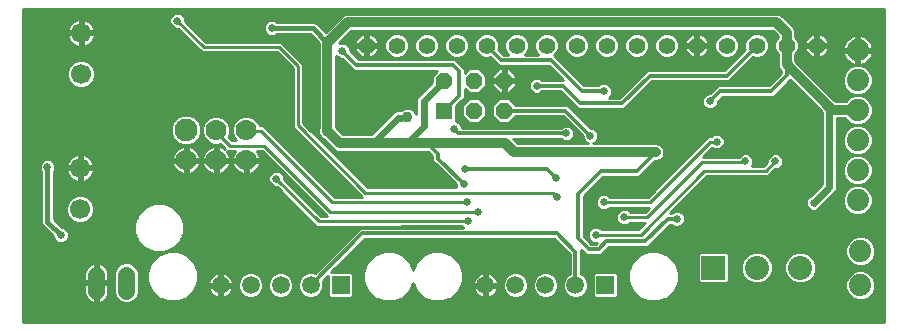
<source format=gbl>
G75*
%MOIN*%
%OFA0B0*%
%FSLAX24Y24*%
%IPPOS*%
%LPD*%
%AMOC8*
5,1,8,0,0,1.08239X$1,22.5*
%
%ADD10C,0.0557*%
%ADD11R,0.0557X0.0557*%
%ADD12OC8,0.0557*%
%ADD13C,0.0740*%
%ADD14C,0.0591*%
%ADD15R,0.0591X0.0591*%
%ADD16C,0.0551*%
%ADD17R,0.0800X0.0800*%
%ADD18C,0.0800*%
%ADD19C,0.0700*%
%ADD20C,0.0760*%
%ADD21C,0.0669*%
%ADD22C,0.0320*%
%ADD23C,0.0240*%
%ADD24C,0.0120*%
%ADD25C,0.0160*%
%ADD26C,0.0354*%
%ADD27C,0.0268*%
%ADD28C,0.0368*%
%ADD29C,0.0100*%
D10*
X011850Y009610D03*
X012850Y009610D03*
X013850Y009610D03*
X014850Y009610D03*
X015850Y009610D03*
X016850Y009610D03*
X017850Y009610D03*
X018850Y009610D03*
X019850Y009610D03*
X020850Y009610D03*
X021850Y009610D03*
X022850Y009610D03*
X023850Y009610D03*
X024850Y009610D03*
X025850Y009610D03*
X026850Y009610D03*
D11*
X014430Y007440D03*
D12*
X015430Y007440D03*
X016430Y007440D03*
X016430Y008440D03*
X015430Y008440D03*
X014430Y008440D03*
D13*
X028220Y008460D03*
X028220Y007460D03*
X028220Y006460D03*
X028220Y005460D03*
X028220Y004460D03*
X028310Y002760D03*
X028310Y001620D03*
X028220Y009460D03*
D14*
X018810Y001620D03*
X017810Y001620D03*
X016810Y001620D03*
X015810Y001620D03*
X009980Y001620D03*
X008980Y001620D03*
X007980Y001620D03*
X006980Y001620D03*
D15*
X010980Y001620D03*
X019810Y001620D03*
D16*
X003840Y001424D02*
X003840Y001976D01*
X002840Y001976D02*
X002840Y001424D01*
D17*
X023410Y002210D03*
D18*
X024858Y002210D03*
X026306Y002210D03*
D19*
X007830Y005790D03*
X006830Y005790D03*
X005830Y005790D03*
X006830Y006790D03*
X007830Y006790D03*
D20*
X005830Y006790D03*
D21*
X002301Y005529D03*
X002301Y004151D03*
X002331Y008651D03*
X002331Y010029D03*
D22*
X010540Y009700D02*
X010540Y006760D01*
X010945Y006355D01*
X011315Y006355D01*
X012150Y006365D01*
X012720Y006365D01*
X013550Y006365D01*
X016450Y006365D01*
X016760Y006055D01*
X021455Y006055D01*
X021480Y006050D01*
X025850Y008990D02*
X027275Y007565D01*
X027370Y007470D01*
X028280Y007470D01*
X028220Y007460D01*
X025850Y008990D02*
X025850Y009060D01*
X025850Y009610D01*
X025850Y010040D01*
X025510Y010380D01*
X011220Y010380D01*
X010540Y009700D01*
D23*
X013750Y007760D02*
X014430Y008440D01*
X013750Y007760D02*
X013750Y006930D01*
X013185Y006365D01*
X012720Y006365D01*
X012150Y006365D02*
X012150Y006460D01*
X012900Y007210D01*
X013210Y007220D01*
X026750Y004370D02*
X027275Y004895D01*
X027275Y007565D01*
D24*
X025857Y008617D02*
X025340Y008100D01*
X023640Y008100D01*
X023300Y007760D01*
X023850Y008610D02*
X021280Y008610D01*
X020350Y007680D01*
X018970Y007680D01*
X018380Y008270D01*
X017520Y008270D01*
X018000Y009120D02*
X019030Y008090D01*
X019760Y008090D01*
X018470Y007440D02*
X019310Y006600D01*
X018510Y006680D02*
X014880Y006680D01*
X014760Y006830D01*
X014230Y006000D02*
X013865Y006365D01*
X013550Y006365D01*
X014230Y006000D02*
X014230Y005840D01*
X015080Y004990D01*
X015120Y005510D02*
X017870Y005510D01*
X018170Y005210D01*
X018890Y004660D02*
X019660Y005430D01*
X020860Y005430D01*
X021480Y006050D01*
X018890Y004660D02*
X018890Y003180D01*
X019250Y002820D01*
X019580Y002820D01*
X019840Y003080D01*
X021140Y003080D01*
X021890Y003830D01*
X022190Y003830D01*
X018810Y002730D02*
X018810Y001620D01*
X018810Y002730D02*
X018190Y003350D01*
X011710Y003350D01*
X009980Y001620D01*
X014430Y007440D02*
X014930Y007940D01*
X014930Y008760D01*
X014730Y008960D01*
X011510Y008960D01*
X011030Y009440D01*
X015850Y009610D02*
X016340Y009120D01*
X018000Y009120D01*
X018470Y007440D02*
X016430Y007440D01*
X023850Y008610D02*
X024850Y009610D01*
X025850Y009060D02*
X025850Y008850D01*
X025857Y008843D01*
X025857Y008617D01*
D25*
X010540Y009700D02*
X010050Y010190D01*
X008690Y010190D01*
X001210Y005560D02*
X001210Y003740D01*
X001660Y003290D01*
D26*
X010540Y006760D03*
D27*
X012310Y007170D03*
X012840Y007570D03*
X014760Y006830D03*
X016450Y006365D03*
X015120Y005510D03*
X015080Y004990D03*
X015210Y004390D03*
X015570Y004070D03*
X015230Y003760D03*
X018190Y004570D03*
X018170Y005210D03*
X019760Y004390D03*
X020430Y003890D03*
X019490Y003300D03*
X022190Y003830D03*
X026750Y004370D03*
X025470Y005750D03*
X024470Y005750D03*
X023520Y006410D03*
X021480Y006050D03*
X019310Y006600D03*
X018510Y006680D03*
X019760Y008090D03*
X017520Y008270D03*
X023300Y007760D03*
X011030Y009440D03*
X009900Y009120D03*
X008690Y010190D03*
X005540Y010440D03*
X006770Y008210D03*
X001210Y005560D03*
X001660Y003290D03*
X008840Y005170D03*
D28*
X013210Y007220D03*
D29*
X000398Y010832D02*
X000398Y000408D01*
X029082Y000408D01*
X029082Y010822D01*
X000398Y010832D01*
X000398Y010768D02*
X029082Y010768D01*
X029082Y010670D02*
X025569Y010670D01*
X025568Y010670D02*
X011162Y010670D01*
X011056Y010626D01*
X010974Y010544D01*
X010483Y010054D01*
X010137Y010400D01*
X008853Y010400D01*
X008840Y010414D01*
X008743Y010454D01*
X008637Y010454D01*
X008540Y010414D01*
X008466Y010340D01*
X008426Y010243D01*
X008426Y010137D01*
X008466Y010040D01*
X008540Y009966D01*
X008637Y009926D01*
X008743Y009926D01*
X008840Y009966D01*
X008853Y009980D01*
X009963Y009980D01*
X010250Y009693D01*
X010250Y006863D01*
X010233Y006821D01*
X010233Y006699D01*
X010280Y006586D01*
X010366Y006500D01*
X010407Y006482D01*
X010700Y006190D01*
X010781Y006109D01*
X010888Y006065D01*
X011259Y006065D01*
X011261Y006064D01*
X011317Y006065D01*
X011373Y006065D01*
X011375Y006065D01*
X012152Y006075D01*
X013887Y006075D01*
X014040Y005921D01*
X014040Y005761D01*
X014151Y005650D01*
X014816Y004985D01*
X014816Y004937D01*
X014840Y004880D01*
X011885Y004880D01*
X009740Y007025D01*
X010250Y007025D01*
X010250Y006927D02*
X009838Y006927D01*
X009740Y007025D02*
X009740Y009005D01*
X009110Y009635D01*
X009005Y009740D01*
X006495Y009740D01*
X005804Y010431D01*
X005804Y010493D01*
X005764Y010590D01*
X005690Y010664D01*
X005593Y010704D01*
X005487Y010704D01*
X005390Y010664D01*
X005316Y010590D01*
X005276Y010493D01*
X005276Y010387D01*
X005316Y010290D01*
X005390Y010216D01*
X005487Y010176D01*
X005549Y010176D01*
X006345Y009380D01*
X008855Y009380D01*
X009380Y008855D01*
X009380Y006875D01*
X009485Y006770D01*
X011693Y004563D01*
X010783Y004561D01*
X008450Y006895D01*
X008402Y006947D01*
X008398Y006947D01*
X008395Y006950D01*
X008324Y006950D01*
X008283Y006952D01*
X008237Y007062D01*
X008102Y007197D01*
X007925Y007270D01*
X007735Y007270D01*
X007558Y007197D01*
X007423Y007062D01*
X007350Y006885D01*
X007350Y006695D01*
X007423Y006518D01*
X007491Y006450D01*
X007355Y006450D01*
X007251Y006553D01*
X007310Y006695D01*
X007310Y006885D01*
X007237Y007062D01*
X007102Y007197D01*
X006925Y007270D01*
X006735Y007270D01*
X006558Y007197D01*
X006423Y007062D01*
X006350Y006885D01*
X006350Y006695D01*
X006423Y006518D01*
X006558Y006383D01*
X006735Y006310D01*
X006925Y006310D01*
X006968Y006328D01*
X007100Y006195D01*
X007136Y006159D01*
X007081Y006199D01*
X007014Y006234D01*
X006942Y006257D01*
X006880Y006267D01*
X006880Y005840D01*
X007307Y005840D01*
X007297Y005902D01*
X007274Y005974D01*
X007239Y006041D01*
X007199Y006096D01*
X007205Y006090D01*
X007456Y006090D01*
X007421Y006041D01*
X007386Y005974D01*
X007363Y005902D01*
X007353Y005840D01*
X007780Y005840D01*
X007780Y005740D01*
X007880Y005740D01*
X007880Y005840D01*
X008307Y005840D01*
X008297Y005902D01*
X008274Y005974D01*
X008239Y006041D01*
X008204Y006090D01*
X008355Y006090D01*
X010458Y003987D01*
X010514Y003932D01*
X010333Y003932D01*
X009104Y005161D01*
X009104Y005223D01*
X009064Y005320D01*
X008990Y005394D01*
X008893Y005434D01*
X008787Y005434D01*
X008690Y005394D01*
X008616Y005320D01*
X008576Y005223D01*
X008576Y005117D01*
X008616Y005020D01*
X008690Y004946D01*
X008787Y004906D01*
X008849Y004906D01*
X010078Y003677D01*
X010184Y003572D01*
X010746Y003572D01*
X010746Y003572D01*
X010820Y003572D01*
X010895Y003572D01*
X015037Y003580D01*
X015077Y003540D01*
X011631Y003540D01*
X011520Y003429D01*
X010115Y002024D01*
X010065Y002045D01*
X009895Y002045D01*
X009739Y001981D01*
X009619Y001861D01*
X009555Y001705D01*
X009555Y001535D01*
X009619Y001379D01*
X009739Y001259D01*
X009895Y001195D01*
X010065Y001195D01*
X010221Y001259D01*
X010341Y001379D01*
X010405Y001535D01*
X010405Y001705D01*
X010384Y001755D01*
X010555Y001926D01*
X010555Y001271D01*
X010631Y001195D01*
X011329Y001195D01*
X011405Y001271D01*
X011405Y001969D01*
X011329Y002045D01*
X010674Y002045D01*
X011789Y003160D01*
X018111Y003160D01*
X018620Y002651D01*
X018620Y002002D01*
X018569Y001981D01*
X018449Y001861D01*
X018385Y001705D01*
X018385Y001535D01*
X018449Y001379D01*
X018569Y001259D01*
X018725Y001195D01*
X018895Y001195D01*
X019051Y001259D01*
X019171Y001379D01*
X019235Y001535D01*
X019235Y001705D01*
X019171Y001861D01*
X019051Y001981D01*
X019000Y002002D01*
X019000Y002801D01*
X019171Y002630D01*
X019659Y002630D01*
X019770Y002741D01*
X019919Y002890D01*
X021219Y002890D01*
X021330Y003001D01*
X021969Y003640D01*
X022007Y003640D01*
X022040Y003606D01*
X022137Y003566D01*
X022243Y003566D01*
X022340Y003606D01*
X022414Y003680D01*
X022454Y003777D01*
X022454Y003883D01*
X022414Y003980D01*
X022340Y004054D01*
X022243Y004094D01*
X022137Y004094D01*
X022040Y004054D01*
X022007Y004020D01*
X021955Y004020D01*
X023185Y005250D01*
X025225Y005250D01*
X025461Y005486D01*
X025523Y005486D01*
X025620Y005526D01*
X025694Y005600D01*
X025734Y005697D01*
X025734Y005803D01*
X025694Y005900D01*
X025620Y005974D01*
X025523Y006014D01*
X025417Y006014D01*
X025320Y005974D01*
X025246Y005900D01*
X025206Y005803D01*
X025206Y005741D01*
X025075Y005610D01*
X024698Y005610D01*
X024734Y005697D01*
X024734Y005803D01*
X024694Y005900D01*
X024620Y005974D01*
X024523Y006014D01*
X024417Y006014D01*
X024320Y005974D01*
X024247Y005900D01*
X023055Y005900D01*
X023356Y006201D01*
X023370Y006186D01*
X023467Y006146D01*
X023573Y006146D01*
X023670Y006186D01*
X023744Y006260D01*
X023784Y006357D01*
X023784Y006463D01*
X023744Y006560D01*
X023670Y006634D01*
X023573Y006674D01*
X023467Y006674D01*
X023370Y006634D01*
X023327Y006590D01*
X023235Y006590D01*
X023130Y006485D01*
X021215Y004570D01*
X019953Y004570D01*
X019910Y004614D01*
X019813Y004654D01*
X019707Y004654D01*
X019610Y004614D01*
X019536Y004540D01*
X019496Y004443D01*
X019496Y004337D01*
X019536Y004240D01*
X019610Y004166D01*
X019707Y004126D01*
X019813Y004126D01*
X019910Y004166D01*
X019953Y004210D01*
X021255Y004210D01*
X021115Y004070D01*
X020623Y004070D01*
X021115Y004070D01*
X021214Y004169D02*
X019912Y004169D01*
X019608Y004169D02*
X019080Y004169D01*
X019080Y004267D02*
X019525Y004267D01*
X019496Y004366D02*
X019080Y004366D01*
X019080Y004464D02*
X019505Y004464D01*
X019559Y004563D02*
X019080Y004563D01*
X019080Y004581D02*
X019739Y005240D01*
X020939Y005240D01*
X021458Y005759D01*
X021483Y005754D01*
X021596Y005778D01*
X021691Y005843D01*
X022488Y005843D01*
X022390Y005745D02*
X021443Y005745D01*
X021345Y005646D02*
X022291Y005646D01*
X022193Y005548D02*
X021246Y005548D01*
X021148Y005449D02*
X022094Y005449D01*
X021996Y005351D02*
X021049Y005351D01*
X020951Y005252D02*
X021897Y005252D01*
X021799Y005154D02*
X019652Y005154D01*
X019554Y005055D02*
X021700Y005055D01*
X021602Y004957D02*
X019455Y004957D01*
X019357Y004858D02*
X021503Y004858D01*
X021405Y004760D02*
X019258Y004760D01*
X019160Y004661D02*
X021306Y004661D01*
X021290Y004390D02*
X023310Y006410D01*
X023520Y006410D01*
X023755Y006533D02*
X027025Y006533D01*
X027025Y006631D02*
X023672Y006631D01*
X023368Y006631D02*
X019574Y006631D01*
X019574Y006653D02*
X019534Y006750D01*
X019460Y006824D01*
X019363Y006864D01*
X019315Y006864D01*
X018549Y007630D01*
X016818Y007630D01*
X016599Y007849D01*
X016261Y007849D01*
X016021Y007609D01*
X016021Y007271D01*
X016261Y007031D01*
X016599Y007031D01*
X016818Y007250D01*
X018391Y007250D01*
X019046Y006595D01*
X019046Y006547D01*
X019086Y006450D01*
X019160Y006376D01*
X019236Y006345D01*
X016880Y006345D01*
X016735Y006490D01*
X018327Y006490D01*
X018360Y006456D01*
X018457Y006416D01*
X018563Y006416D01*
X018660Y006456D01*
X018734Y006530D01*
X018774Y006627D01*
X018774Y006733D01*
X018734Y006830D01*
X018660Y006904D01*
X018563Y006944D01*
X018457Y006944D01*
X018360Y006904D01*
X018327Y006870D01*
X015024Y006870D01*
X015024Y006883D01*
X014984Y006980D01*
X014910Y007054D01*
X014822Y007090D01*
X014839Y007107D01*
X014839Y007580D01*
X015009Y007750D01*
X015120Y007861D01*
X015120Y008172D01*
X015261Y008031D01*
X015599Y008031D01*
X015839Y008271D01*
X015839Y008609D01*
X015599Y008849D01*
X015261Y008849D01*
X015120Y008708D01*
X015120Y008839D01*
X014920Y009039D01*
X014809Y009150D01*
X011589Y009150D01*
X011294Y009445D01*
X011294Y009493D01*
X011254Y009590D01*
X011180Y009664D01*
X011083Y009704D01*
X010977Y009704D01*
X010938Y009688D01*
X011340Y010090D01*
X025390Y010090D01*
X025560Y009920D01*
X025560Y009898D01*
X025503Y009842D01*
X025441Y009691D01*
X025441Y009529D01*
X025503Y009378D01*
X025560Y009322D01*
X025560Y008932D01*
X025604Y008826D01*
X025667Y008763D01*
X025667Y008696D01*
X025261Y008290D01*
X023561Y008290D01*
X023450Y008179D01*
X023295Y008024D01*
X023247Y008024D01*
X023150Y007984D01*
X023076Y007910D01*
X023036Y007813D01*
X020752Y007813D01*
X020850Y007912D02*
X023078Y007912D01*
X023036Y007813D02*
X023036Y007707D01*
X023076Y007610D01*
X023150Y007536D01*
X023247Y007496D01*
X023353Y007496D01*
X023450Y007536D01*
X023524Y007610D01*
X023564Y007707D01*
X023564Y007755D01*
X023719Y007910D01*
X025419Y007910D01*
X025936Y008427D01*
X025969Y008461D01*
X027025Y007405D01*
X027025Y004999D01*
X026634Y004608D01*
X026600Y004594D01*
X026526Y004520D01*
X026486Y004423D01*
X026486Y004317D01*
X026526Y004220D01*
X026600Y004146D01*
X026697Y004106D01*
X026803Y004106D01*
X026900Y004146D01*
X026974Y004220D01*
X026988Y004254D01*
X027417Y004683D01*
X027487Y004753D01*
X027525Y004845D01*
X027525Y007180D01*
X027795Y007180D01*
X027796Y007177D01*
X027937Y007036D01*
X028121Y006960D01*
X028319Y006960D01*
X028503Y007036D01*
X028644Y007177D01*
X028720Y007361D01*
X028720Y007559D01*
X028644Y007743D01*
X028503Y007884D01*
X028319Y007960D01*
X028121Y007960D01*
X027937Y007884D01*
X027813Y007760D01*
X027490Y007760D01*
X027439Y007811D01*
X026140Y009110D01*
X026140Y009322D01*
X026197Y009378D01*
X026259Y009529D01*
X026259Y009691D01*
X026197Y009842D01*
X026140Y009898D01*
X026140Y010098D01*
X026096Y010204D01*
X026014Y010286D01*
X025674Y010626D01*
X025568Y010670D01*
X025729Y010571D02*
X029082Y010571D01*
X029082Y010473D02*
X025828Y010473D01*
X025926Y010374D02*
X029082Y010374D01*
X029082Y010276D02*
X026025Y010276D01*
X026107Y010177D02*
X029082Y010177D01*
X029082Y010079D02*
X026140Y010079D01*
X026140Y009980D02*
X026679Y009980D01*
X026694Y009988D02*
X026636Y009959D01*
X026585Y009921D01*
X026539Y009875D01*
X026501Y009824D01*
X026472Y009766D01*
X026453Y009705D01*
X026445Y009660D01*
X026800Y009660D01*
X026800Y010015D01*
X026755Y010007D01*
X026694Y009988D01*
X026800Y009980D02*
X026900Y009980D01*
X026900Y010015D02*
X026900Y009660D01*
X026800Y009660D01*
X026800Y009560D01*
X026445Y009560D01*
X026453Y009515D01*
X026472Y009454D01*
X026501Y009396D01*
X026539Y009345D01*
X026585Y009299D01*
X026636Y009261D01*
X026694Y009232D01*
X026755Y009213D01*
X026800Y009205D01*
X026800Y009560D01*
X026900Y009560D01*
X026900Y009660D01*
X027255Y009660D01*
X027247Y009705D01*
X027228Y009766D01*
X027199Y009824D01*
X027161Y009875D01*
X027115Y009921D01*
X027064Y009959D01*
X027006Y009988D01*
X026945Y010007D01*
X026900Y010015D01*
X027021Y009980D02*
X029082Y009980D01*
X029082Y009882D02*
X028488Y009882D01*
X028481Y009887D02*
X028545Y009840D01*
X028600Y009785D01*
X028647Y009721D01*
X028682Y009651D01*
X028706Y009577D01*
X028717Y009510D01*
X028270Y009510D01*
X028270Y009410D01*
X028717Y009410D01*
X028706Y009343D01*
X028682Y009269D01*
X028647Y009199D01*
X028600Y009135D01*
X028545Y009080D01*
X028481Y009033D01*
X028411Y008998D01*
X028337Y008974D01*
X028270Y008963D01*
X028270Y009410D01*
X028170Y009410D01*
X028170Y008963D01*
X028103Y008974D01*
X028029Y008998D01*
X027959Y009033D01*
X027895Y009080D01*
X027840Y009135D01*
X027793Y009199D01*
X027758Y009269D01*
X027734Y009343D01*
X027723Y009410D01*
X028170Y009410D01*
X028170Y009510D01*
X028170Y009957D01*
X028103Y009946D01*
X028029Y009922D01*
X027959Y009887D01*
X027895Y009840D01*
X027840Y009785D01*
X027793Y009721D01*
X027758Y009651D01*
X027734Y009577D01*
X027723Y009510D01*
X028170Y009510D01*
X028270Y009510D01*
X028270Y009957D01*
X028337Y009946D01*
X028411Y009922D01*
X028481Y009887D01*
X028602Y009783D02*
X029082Y009783D01*
X029082Y009685D02*
X028665Y009685D01*
X028703Y009586D02*
X029082Y009586D01*
X029082Y009488D02*
X028270Y009488D01*
X028270Y009586D02*
X028170Y009586D01*
X028170Y009488D02*
X027239Y009488D01*
X027247Y009515D02*
X027255Y009560D01*
X026900Y009560D01*
X026900Y009205D01*
X026945Y009213D01*
X027006Y009232D01*
X027064Y009261D01*
X027115Y009299D01*
X027161Y009345D01*
X027199Y009396D01*
X027228Y009454D01*
X027247Y009515D01*
X027193Y009389D02*
X027726Y009389D01*
X027751Y009291D02*
X027104Y009291D01*
X026900Y009291D02*
X026800Y009291D01*
X026800Y009389D02*
X026900Y009389D01*
X026900Y009488D02*
X026800Y009488D01*
X026800Y009586D02*
X026259Y009586D01*
X026259Y009685D02*
X026449Y009685D01*
X026481Y009783D02*
X026221Y009783D01*
X026157Y009882D02*
X026545Y009882D01*
X026800Y009882D02*
X026900Y009882D01*
X026900Y009783D02*
X026800Y009783D01*
X026800Y009685D02*
X026900Y009685D01*
X026900Y009586D02*
X027737Y009586D01*
X027775Y009685D02*
X027251Y009685D01*
X027219Y009783D02*
X027838Y009783D01*
X027952Y009882D02*
X027155Y009882D01*
X026461Y009488D02*
X026242Y009488D01*
X026201Y009389D02*
X026507Y009389D01*
X026596Y009291D02*
X026140Y009291D01*
X026140Y009192D02*
X027798Y009192D01*
X027881Y009094D02*
X026157Y009094D01*
X026255Y008995D02*
X028037Y008995D01*
X028121Y008960D02*
X027937Y008884D01*
X027796Y008743D01*
X027720Y008559D01*
X027720Y008361D01*
X027796Y008177D01*
X027937Y008036D01*
X028121Y007960D01*
X028319Y007960D01*
X028503Y008036D01*
X028644Y008177D01*
X028720Y008361D01*
X028720Y008559D01*
X028644Y008743D01*
X028503Y008884D01*
X028319Y008960D01*
X028121Y008960D01*
X028170Y008995D02*
X028270Y008995D01*
X028270Y009094D02*
X028170Y009094D01*
X028170Y009192D02*
X028270Y009192D01*
X028270Y009291D02*
X028170Y009291D01*
X028170Y009389D02*
X028270Y009389D01*
X028642Y009192D02*
X029082Y009192D01*
X029082Y009094D02*
X028559Y009094D01*
X028403Y008995D02*
X029082Y008995D01*
X029082Y008897D02*
X028473Y008897D01*
X028589Y008798D02*
X029082Y008798D01*
X029082Y008700D02*
X028662Y008700D01*
X028703Y008601D02*
X029082Y008601D01*
X029082Y008503D02*
X028720Y008503D01*
X028720Y008404D02*
X029082Y008404D01*
X029082Y008306D02*
X028697Y008306D01*
X028656Y008207D02*
X029082Y008207D01*
X029082Y008109D02*
X028576Y008109D01*
X028440Y008010D02*
X029082Y008010D01*
X029082Y007912D02*
X028436Y007912D01*
X028574Y007813D02*
X029082Y007813D01*
X029082Y007715D02*
X028656Y007715D01*
X028697Y007616D02*
X029082Y007616D01*
X029082Y007518D02*
X028720Y007518D01*
X028720Y007419D02*
X029082Y007419D01*
X029082Y007321D02*
X028703Y007321D01*
X028663Y007222D02*
X029082Y007222D01*
X029082Y007124D02*
X028591Y007124D01*
X028476Y007025D02*
X029082Y007025D01*
X029082Y006927D02*
X028400Y006927D01*
X028319Y006960D02*
X028121Y006960D01*
X027937Y006884D01*
X027796Y006743D01*
X027720Y006559D01*
X027720Y006361D01*
X027796Y006177D01*
X027937Y006036D01*
X028121Y005960D01*
X027937Y005884D01*
X027796Y005743D01*
X027720Y005559D01*
X027720Y005361D01*
X027796Y005177D01*
X027937Y005036D01*
X028121Y004960D01*
X027937Y004884D01*
X027796Y004743D01*
X027720Y004559D01*
X027720Y004361D01*
X027796Y004177D01*
X027937Y004036D01*
X028121Y003960D01*
X028319Y003960D01*
X028503Y004036D01*
X028644Y004177D01*
X028720Y004361D01*
X028720Y004559D01*
X028644Y004743D01*
X028503Y004884D01*
X028319Y004960D01*
X028121Y004960D01*
X028319Y004960D01*
X028503Y005036D01*
X028644Y005177D01*
X028720Y005361D01*
X028720Y005559D01*
X028644Y005743D01*
X028503Y005884D01*
X028319Y005960D01*
X028121Y005960D01*
X028319Y005960D01*
X028503Y006036D01*
X028644Y006177D01*
X028720Y006361D01*
X028720Y006559D01*
X028644Y006743D01*
X028503Y006884D01*
X028319Y006960D01*
X028559Y006828D02*
X029082Y006828D01*
X029082Y006730D02*
X028650Y006730D01*
X028690Y006631D02*
X029082Y006631D01*
X029082Y006533D02*
X028720Y006533D01*
X028720Y006434D02*
X029082Y006434D01*
X029082Y006336D02*
X028710Y006336D01*
X028669Y006237D02*
X029082Y006237D01*
X029082Y006139D02*
X028606Y006139D01*
X028507Y006040D02*
X029082Y006040D01*
X029082Y005942D02*
X028364Y005942D01*
X028544Y005843D02*
X029082Y005843D01*
X029082Y005745D02*
X028643Y005745D01*
X028684Y005646D02*
X029082Y005646D01*
X029082Y005548D02*
X028720Y005548D01*
X028720Y005449D02*
X029082Y005449D01*
X029082Y005351D02*
X028716Y005351D01*
X028675Y005252D02*
X029082Y005252D01*
X029082Y005154D02*
X028621Y005154D01*
X028522Y005055D02*
X029082Y005055D01*
X029082Y004957D02*
X028328Y004957D01*
X028112Y004957D02*
X027525Y004957D01*
X027525Y005055D02*
X027918Y005055D01*
X027819Y005154D02*
X027525Y005154D01*
X027525Y005252D02*
X027765Y005252D01*
X027724Y005351D02*
X027525Y005351D01*
X027525Y005449D02*
X027720Y005449D01*
X027720Y005548D02*
X027525Y005548D01*
X027525Y005646D02*
X027756Y005646D01*
X027797Y005745D02*
X027525Y005745D01*
X027525Y005843D02*
X027896Y005843D01*
X027933Y006040D02*
X027525Y006040D01*
X027525Y005942D02*
X028076Y005942D01*
X027834Y006139D02*
X027525Y006139D01*
X027525Y006237D02*
X027771Y006237D01*
X027730Y006336D02*
X027525Y006336D01*
X027525Y006434D02*
X027720Y006434D01*
X027720Y006533D02*
X027525Y006533D01*
X027525Y006631D02*
X027750Y006631D01*
X027790Y006730D02*
X027525Y006730D01*
X027525Y006828D02*
X027881Y006828D01*
X028040Y006927D02*
X027525Y006927D01*
X027525Y007025D02*
X027964Y007025D01*
X027849Y007124D02*
X027525Y007124D01*
X027025Y007124D02*
X019055Y007124D01*
X018957Y007222D02*
X027025Y007222D01*
X027025Y007321D02*
X018858Y007321D01*
X018760Y007419D02*
X027011Y007419D01*
X026912Y007518D02*
X023405Y007518D01*
X023526Y007616D02*
X026814Y007616D01*
X026715Y007715D02*
X023564Y007715D01*
X023622Y007813D02*
X026617Y007813D01*
X026518Y007912D02*
X025420Y007912D01*
X025519Y008010D02*
X026420Y008010D01*
X026321Y008109D02*
X025617Y008109D01*
X025716Y008207D02*
X026223Y008207D01*
X026124Y008306D02*
X025814Y008306D01*
X025913Y008404D02*
X026026Y008404D01*
X025572Y008601D02*
X024110Y008601D01*
X024040Y008531D02*
X024727Y009218D01*
X024769Y009201D01*
X024931Y009201D01*
X025082Y009263D01*
X025197Y009378D01*
X025259Y009529D01*
X025259Y009691D01*
X025197Y009842D01*
X025082Y009957D01*
X024931Y010019D01*
X024769Y010019D01*
X024618Y009957D01*
X024503Y009842D01*
X024441Y009691D01*
X024441Y009529D01*
X024458Y009487D01*
X023771Y008800D01*
X021201Y008800D01*
X020271Y007870D01*
X019913Y007870D01*
X019984Y007940D01*
X020024Y008037D01*
X020024Y008143D01*
X019984Y008240D01*
X019910Y008314D01*
X019813Y008354D01*
X019707Y008354D01*
X019610Y008314D01*
X019577Y008280D01*
X019109Y008280D01*
X018103Y009285D01*
X018197Y009378D01*
X018259Y009529D01*
X018259Y009691D01*
X018197Y009842D01*
X018082Y009957D01*
X017931Y010019D01*
X017769Y010019D01*
X017618Y009957D01*
X017503Y009842D01*
X017441Y009691D01*
X017441Y009529D01*
X017503Y009378D01*
X017572Y009310D01*
X017128Y009310D01*
X017197Y009378D01*
X017259Y009529D01*
X017259Y009691D01*
X017197Y009842D01*
X017082Y009957D01*
X016931Y010019D01*
X016769Y010019D01*
X016618Y009957D01*
X016503Y009842D01*
X016441Y009691D01*
X016441Y009529D01*
X016503Y009378D01*
X016572Y009310D01*
X016419Y009310D01*
X016242Y009487D01*
X016259Y009529D01*
X016259Y009691D01*
X016197Y009842D01*
X016082Y009957D01*
X015931Y010019D01*
X015769Y010019D01*
X015618Y009957D01*
X015503Y009842D01*
X015441Y009691D01*
X015441Y009529D01*
X015503Y009378D01*
X015618Y009263D01*
X015769Y009201D01*
X015931Y009201D01*
X015973Y009218D01*
X016150Y009041D01*
X016261Y008930D01*
X017921Y008930D01*
X018391Y008460D01*
X017703Y008460D01*
X017670Y008494D01*
X017573Y008534D01*
X017467Y008534D01*
X017370Y008494D01*
X017296Y008420D01*
X017256Y008323D01*
X017256Y008217D01*
X017296Y008120D01*
X017370Y008046D01*
X017467Y008006D01*
X017573Y008006D01*
X017670Y008046D01*
X017703Y008080D01*
X018301Y008080D01*
X018891Y007490D01*
X020429Y007490D01*
X020540Y007601D01*
X021359Y008420D01*
X023929Y008420D01*
X024040Y008531D01*
X024011Y008503D02*
X025474Y008503D01*
X025375Y008404D02*
X021343Y008404D01*
X021244Y008306D02*
X025277Y008306D01*
X025667Y008700D02*
X024208Y008700D01*
X024307Y008798D02*
X025632Y008798D01*
X025575Y008897D02*
X024405Y008897D01*
X024504Y008995D02*
X025560Y008995D01*
X025560Y009094D02*
X024602Y009094D01*
X024701Y009192D02*
X025560Y009192D01*
X025560Y009291D02*
X025109Y009291D01*
X025201Y009389D02*
X025499Y009389D01*
X025458Y009488D02*
X025242Y009488D01*
X025259Y009586D02*
X025441Y009586D01*
X025441Y009685D02*
X025259Y009685D01*
X025221Y009783D02*
X025479Y009783D01*
X025543Y009882D02*
X025157Y009882D01*
X025025Y009980D02*
X025500Y009980D01*
X025401Y010079D02*
X011329Y010079D01*
X011230Y009980D02*
X011679Y009980D01*
X011694Y009988D02*
X011636Y009959D01*
X011585Y009921D01*
X011539Y009875D01*
X011501Y009824D01*
X011472Y009766D01*
X011453Y009705D01*
X011445Y009660D01*
X011800Y009660D01*
X011800Y010015D01*
X011755Y010007D01*
X011694Y009988D01*
X011800Y009980D02*
X011900Y009980D01*
X011900Y010015D02*
X011900Y009660D01*
X011800Y009660D01*
X011800Y009560D01*
X011445Y009560D01*
X011453Y009515D01*
X011472Y009454D01*
X011501Y009396D01*
X011539Y009345D01*
X011585Y009299D01*
X011636Y009261D01*
X011694Y009232D01*
X011755Y009213D01*
X011800Y009205D01*
X011800Y009560D01*
X011900Y009560D01*
X011900Y009660D01*
X012255Y009660D01*
X012247Y009705D01*
X012228Y009766D01*
X012199Y009824D01*
X012161Y009875D01*
X012115Y009921D01*
X012064Y009959D01*
X012006Y009988D01*
X011945Y010007D01*
X011900Y010015D01*
X012021Y009980D02*
X012675Y009980D01*
X012618Y009957D02*
X012503Y009842D01*
X012441Y009691D01*
X012441Y009529D01*
X012503Y009378D01*
X012618Y009263D01*
X012769Y009201D01*
X012931Y009201D01*
X013082Y009263D01*
X013197Y009378D01*
X013259Y009529D01*
X013259Y009691D01*
X013197Y009842D01*
X013082Y009957D01*
X012931Y010019D01*
X012769Y010019D01*
X012618Y009957D01*
X012543Y009882D02*
X012155Y009882D01*
X012219Y009783D02*
X012479Y009783D01*
X012441Y009685D02*
X012251Y009685D01*
X012255Y009560D02*
X011900Y009560D01*
X011900Y009205D01*
X011945Y009213D01*
X012006Y009232D01*
X012064Y009261D01*
X012115Y009299D01*
X012161Y009345D01*
X012199Y009396D01*
X012228Y009454D01*
X012247Y009515D01*
X012255Y009560D01*
X012239Y009488D02*
X012458Y009488D01*
X012441Y009586D02*
X011900Y009586D01*
X011900Y009488D02*
X011800Y009488D01*
X011800Y009586D02*
X011255Y009586D01*
X011294Y009488D02*
X011461Y009488D01*
X011507Y009389D02*
X011350Y009389D01*
X011448Y009291D02*
X011596Y009291D01*
X011547Y009192D02*
X015999Y009192D01*
X016098Y009094D02*
X014865Y009094D01*
X014931Y009201D02*
X015082Y009263D01*
X015197Y009378D01*
X015259Y009529D01*
X015259Y009691D01*
X015197Y009842D01*
X015082Y009957D01*
X014931Y010019D01*
X014769Y010019D01*
X014618Y009957D01*
X014503Y009842D01*
X014441Y009691D01*
X014441Y009529D01*
X014503Y009378D01*
X014618Y009263D01*
X014769Y009201D01*
X014931Y009201D01*
X015109Y009291D02*
X015591Y009291D01*
X015499Y009389D02*
X015201Y009389D01*
X015242Y009488D02*
X015458Y009488D01*
X015441Y009586D02*
X015259Y009586D01*
X015259Y009685D02*
X015441Y009685D01*
X015479Y009783D02*
X015221Y009783D01*
X015157Y009882D02*
X015543Y009882D01*
X015675Y009980D02*
X015025Y009980D01*
X014675Y009980D02*
X014025Y009980D01*
X014082Y009957D02*
X013931Y010019D01*
X013769Y010019D01*
X013618Y009957D01*
X013503Y009842D01*
X013441Y009691D01*
X013441Y009529D01*
X013503Y009378D01*
X013618Y009263D01*
X013769Y009201D01*
X013931Y009201D01*
X014082Y009263D01*
X014197Y009378D01*
X014259Y009529D01*
X014259Y009691D01*
X014197Y009842D01*
X014082Y009957D01*
X014157Y009882D02*
X014543Y009882D01*
X014479Y009783D02*
X014221Y009783D01*
X014259Y009685D02*
X014441Y009685D01*
X014441Y009586D02*
X014259Y009586D01*
X014242Y009488D02*
X014458Y009488D01*
X014499Y009389D02*
X014201Y009389D01*
X014109Y009291D02*
X014591Y009291D01*
X014964Y008995D02*
X016196Y008995D01*
X016261Y008847D02*
X016023Y008609D01*
X016023Y008490D01*
X016380Y008490D01*
X016380Y008847D01*
X016261Y008847D01*
X016212Y008798D02*
X015650Y008798D01*
X015749Y008700D02*
X016113Y008700D01*
X016023Y008601D02*
X015839Y008601D01*
X015839Y008503D02*
X016023Y008503D01*
X016023Y008390D02*
X016023Y008271D01*
X016261Y008033D01*
X016380Y008033D01*
X016380Y008390D01*
X016480Y008390D01*
X016480Y008490D01*
X016837Y008490D01*
X016837Y008609D01*
X016599Y008847D01*
X016480Y008847D01*
X016480Y008490D01*
X016380Y008490D01*
X016380Y008390D01*
X016023Y008390D01*
X016023Y008306D02*
X015839Y008306D01*
X015839Y008404D02*
X016380Y008404D01*
X016380Y008306D02*
X016480Y008306D01*
X016480Y008390D02*
X016480Y008033D01*
X016599Y008033D01*
X016837Y008271D01*
X016837Y008390D01*
X016480Y008390D01*
X016480Y008404D02*
X017290Y008404D01*
X017256Y008306D02*
X016837Y008306D01*
X016773Y008207D02*
X017260Y008207D01*
X017308Y008109D02*
X016675Y008109D01*
X016480Y008109D02*
X016380Y008109D01*
X016380Y008207D02*
X016480Y008207D01*
X016185Y008109D02*
X015677Y008109D01*
X015775Y008207D02*
X016087Y008207D01*
X016380Y008503D02*
X016480Y008503D01*
X016480Y008601D02*
X016380Y008601D01*
X016380Y008700D02*
X016480Y008700D01*
X016480Y008798D02*
X016380Y008798D01*
X016648Y008798D02*
X018053Y008798D01*
X017955Y008897D02*
X015062Y008897D01*
X015120Y008798D02*
X015210Y008798D01*
X014182Y008770D02*
X014021Y008609D01*
X014021Y008385D01*
X013608Y007972D01*
X013538Y007902D01*
X013500Y007810D01*
X013500Y007341D01*
X013476Y007398D01*
X013388Y007486D01*
X013272Y007534D01*
X013148Y007534D01*
X013032Y007486D01*
X013010Y007464D01*
X012896Y007460D01*
X012850Y007460D01*
X012846Y007458D01*
X012842Y007458D01*
X012801Y007439D01*
X012758Y007422D01*
X012755Y007419D01*
X012752Y007417D01*
X012720Y007384D01*
X012008Y006672D01*
X011989Y006653D01*
X011314Y006645D01*
X011065Y006645D01*
X010830Y006880D01*
X010830Y009267D01*
X010880Y009216D01*
X010977Y009176D01*
X011025Y009176D01*
X011431Y008770D01*
X014182Y008770D01*
X014111Y008700D02*
X010830Y008700D01*
X010830Y008798D02*
X011403Y008798D01*
X011305Y008897D02*
X010830Y008897D01*
X010830Y008995D02*
X011206Y008995D01*
X011108Y009094D02*
X010830Y009094D01*
X010830Y009192D02*
X010939Y009192D01*
X010250Y009192D02*
X009553Y009192D01*
X009651Y009094D02*
X010250Y009094D01*
X010250Y008995D02*
X009740Y008995D01*
X009740Y008897D02*
X010250Y008897D01*
X010250Y008798D02*
X009740Y008798D01*
X009740Y008700D02*
X010250Y008700D01*
X010250Y008601D02*
X009740Y008601D01*
X009740Y008503D02*
X010250Y008503D01*
X010250Y008404D02*
X009740Y008404D01*
X009740Y008306D02*
X010250Y008306D01*
X010250Y008207D02*
X009740Y008207D01*
X009740Y008109D02*
X010250Y008109D01*
X010250Y008010D02*
X009740Y008010D01*
X009740Y007912D02*
X010250Y007912D01*
X010250Y007813D02*
X009740Y007813D01*
X009740Y007715D02*
X010250Y007715D01*
X010250Y007616D02*
X009740Y007616D01*
X009740Y007518D02*
X010250Y007518D01*
X010250Y007419D02*
X009740Y007419D01*
X009740Y007321D02*
X010250Y007321D01*
X010250Y007222D02*
X009740Y007222D01*
X009740Y007124D02*
X010250Y007124D01*
X010830Y007124D02*
X012460Y007124D01*
X012558Y007222D02*
X010830Y007222D01*
X010830Y007321D02*
X012657Y007321D01*
X012755Y007419D02*
X010830Y007419D01*
X010830Y007518D02*
X013108Y007518D01*
X013312Y007518D02*
X013500Y007518D01*
X013500Y007616D02*
X010830Y007616D01*
X010830Y007715D02*
X013500Y007715D01*
X013501Y007813D02*
X010830Y007813D01*
X010830Y007912D02*
X013548Y007912D01*
X013608Y007972D02*
X013608Y007972D01*
X013646Y008010D02*
X010830Y008010D01*
X010830Y008109D02*
X013745Y008109D01*
X013843Y008207D02*
X010830Y008207D01*
X010830Y008306D02*
X013942Y008306D01*
X014021Y008404D02*
X010830Y008404D01*
X010830Y008503D02*
X014021Y008503D01*
X014021Y008601D02*
X010830Y008601D01*
X009560Y008930D02*
X008930Y009560D01*
X006420Y009560D01*
X005540Y010440D01*
X005331Y010276D02*
X002724Y010276D01*
X002727Y010272D02*
X002684Y010331D01*
X002633Y010382D01*
X002573Y010425D01*
X002509Y010458D01*
X002439Y010481D01*
X002381Y010490D01*
X002381Y010079D01*
X002792Y010079D01*
X002783Y010137D01*
X002760Y010207D01*
X002727Y010272D01*
X002770Y010177D02*
X005485Y010177D01*
X005647Y010079D02*
X002381Y010079D01*
X002381Y009979D01*
X002792Y009979D01*
X002783Y009920D01*
X002760Y009851D01*
X002727Y009786D01*
X002684Y009727D01*
X002633Y009676D01*
X002573Y009633D01*
X002509Y009600D01*
X002439Y009577D01*
X002381Y009568D01*
X002381Y009979D01*
X002281Y009979D01*
X002281Y009568D01*
X002222Y009577D01*
X002153Y009600D01*
X002088Y009633D01*
X002029Y009676D01*
X001977Y009727D01*
X001934Y009786D01*
X001901Y009851D01*
X001879Y009920D01*
X001869Y009979D01*
X002281Y009979D01*
X002281Y010079D01*
X002281Y010490D01*
X002222Y010481D01*
X002153Y010458D01*
X002088Y010425D01*
X002029Y010382D01*
X001977Y010331D01*
X001934Y010272D01*
X001901Y010207D01*
X001879Y010137D01*
X001869Y010079D01*
X002281Y010079D01*
X002381Y010079D01*
X002381Y010177D02*
X002281Y010177D01*
X002281Y010079D02*
X000398Y010079D01*
X000398Y010177D02*
X001892Y010177D01*
X001937Y010276D02*
X000398Y010276D01*
X000398Y010374D02*
X002020Y010374D01*
X002196Y010473D02*
X000398Y010473D01*
X000398Y010571D02*
X005308Y010571D01*
X005276Y010473D02*
X002465Y010473D01*
X002381Y010473D02*
X002281Y010473D01*
X002281Y010374D02*
X002381Y010374D01*
X002381Y010276D02*
X002281Y010276D01*
X002641Y010374D02*
X005282Y010374D01*
X005772Y010571D02*
X011001Y010571D01*
X010974Y010544D02*
X010974Y010544D01*
X010902Y010473D02*
X005804Y010473D01*
X005861Y010374D02*
X008501Y010374D01*
X008440Y010276D02*
X005959Y010276D01*
X006058Y010177D02*
X008426Y010177D01*
X008450Y010079D02*
X006156Y010079D01*
X006255Y009980D02*
X008527Y009980D01*
X009060Y009685D02*
X010250Y009685D01*
X010250Y009586D02*
X009159Y009586D01*
X009257Y009488D02*
X010250Y009488D01*
X010250Y009389D02*
X009356Y009389D01*
X009454Y009291D02*
X010250Y009291D01*
X009560Y008930D02*
X009560Y006950D01*
X011810Y004700D01*
X018060Y004700D01*
X018190Y004570D01*
X019080Y004581D02*
X019080Y003259D01*
X019329Y003010D01*
X019501Y003010D01*
X019527Y003036D01*
X019437Y003036D01*
X019340Y003076D01*
X019266Y003150D01*
X019226Y003247D01*
X019226Y003353D01*
X019266Y003450D01*
X019340Y003524D01*
X019437Y003564D01*
X019543Y003564D01*
X019640Y003524D01*
X019683Y003480D01*
X020905Y003480D01*
X021135Y003710D01*
X020623Y003710D01*
X020580Y003666D01*
X020483Y003626D01*
X020377Y003626D01*
X020280Y003666D01*
X020206Y003740D01*
X020166Y003837D01*
X020166Y003943D01*
X020206Y004040D01*
X020280Y004114D01*
X020377Y004154D01*
X020483Y004154D01*
X020580Y004114D01*
X020623Y004070D01*
X020237Y004070D02*
X019080Y004070D01*
X019080Y003972D02*
X020178Y003972D01*
X020166Y003873D02*
X019080Y003873D01*
X019080Y003775D02*
X020192Y003775D01*
X020271Y003676D02*
X019080Y003676D01*
X019080Y003578D02*
X021003Y003578D01*
X021101Y003676D02*
X020589Y003676D01*
X020430Y003890D02*
X021190Y003890D01*
X023020Y005720D01*
X024440Y005720D01*
X024470Y005750D01*
X024713Y005646D02*
X025111Y005646D01*
X025206Y005745D02*
X024734Y005745D01*
X024717Y005843D02*
X025223Y005843D01*
X025288Y005942D02*
X024652Y005942D01*
X024288Y005942D02*
X023096Y005942D01*
X023195Y006040D02*
X027025Y006040D01*
X027025Y005942D02*
X025652Y005942D01*
X025717Y005843D02*
X027025Y005843D01*
X027025Y005745D02*
X025734Y005745D01*
X025713Y005646D02*
X027025Y005646D01*
X027025Y005548D02*
X025641Y005548D01*
X025424Y005449D02*
X027025Y005449D01*
X027025Y005351D02*
X025325Y005351D01*
X025227Y005252D02*
X027025Y005252D01*
X027025Y005154D02*
X023088Y005154D01*
X022990Y005055D02*
X027025Y005055D01*
X026983Y004957D02*
X022891Y004957D01*
X022793Y004858D02*
X026884Y004858D01*
X026786Y004760D02*
X022694Y004760D01*
X022596Y004661D02*
X026687Y004661D01*
X026569Y004563D02*
X022497Y004563D01*
X022399Y004464D02*
X026503Y004464D01*
X026486Y004366D02*
X022300Y004366D01*
X022202Y004267D02*
X026507Y004267D01*
X026578Y004169D02*
X022103Y004169D01*
X022079Y004070D02*
X022005Y004070D01*
X022301Y004070D02*
X027903Y004070D01*
X027804Y004169D02*
X026922Y004169D01*
X027001Y004267D02*
X027759Y004267D01*
X027720Y004366D02*
X027099Y004366D01*
X027198Y004464D02*
X027720Y004464D01*
X027721Y004563D02*
X027296Y004563D01*
X027395Y004661D02*
X027762Y004661D01*
X027812Y004760D02*
X027489Y004760D01*
X027525Y004858D02*
X027911Y004858D01*
X028529Y004858D02*
X029082Y004858D01*
X029082Y004760D02*
X028628Y004760D01*
X028678Y004661D02*
X029082Y004661D01*
X029082Y004563D02*
X028719Y004563D01*
X028720Y004464D02*
X029082Y004464D01*
X029082Y004366D02*
X028720Y004366D01*
X028681Y004267D02*
X029082Y004267D01*
X029082Y004169D02*
X028636Y004169D01*
X028537Y004070D02*
X029082Y004070D01*
X029082Y003972D02*
X028347Y003972D01*
X028093Y003972D02*
X022417Y003972D01*
X022454Y003873D02*
X029082Y003873D01*
X029082Y003775D02*
X022453Y003775D01*
X022409Y003676D02*
X029082Y003676D01*
X029082Y003578D02*
X022270Y003578D01*
X022110Y003578D02*
X021906Y003578D01*
X021808Y003479D02*
X029082Y003479D01*
X029082Y003381D02*
X021709Y003381D01*
X021611Y003282D02*
X029082Y003282D01*
X029082Y003184D02*
X028594Y003184D01*
X028593Y003184D02*
X028409Y003260D01*
X028211Y003260D01*
X028027Y003184D01*
X027886Y003043D01*
X027810Y002859D01*
X027810Y002661D01*
X027886Y002477D01*
X028027Y002336D01*
X028211Y002260D01*
X028409Y002260D01*
X028593Y002336D01*
X028734Y002477D01*
X028810Y002661D01*
X028810Y002859D01*
X028734Y003043D01*
X028593Y003184D01*
X028692Y003085D02*
X029082Y003085D01*
X029082Y002987D02*
X028757Y002987D01*
X028798Y002888D02*
X029082Y002888D01*
X029082Y002790D02*
X028810Y002790D01*
X028810Y002691D02*
X029082Y002691D01*
X029082Y002593D02*
X028782Y002593D01*
X028741Y002494D02*
X029082Y002494D01*
X029082Y002396D02*
X028653Y002396D01*
X028499Y002297D02*
X029082Y002297D01*
X029082Y002199D02*
X026836Y002199D01*
X026836Y002105D02*
X026755Y001910D01*
X026606Y001761D01*
X026411Y001680D01*
X026200Y001680D01*
X026006Y001761D01*
X025857Y001910D01*
X025776Y002105D01*
X025776Y002315D01*
X025857Y002510D01*
X026006Y002659D01*
X026200Y002740D01*
X026411Y002740D01*
X026606Y002659D01*
X026755Y002510D01*
X026836Y002315D01*
X026836Y002105D01*
X026834Y002100D02*
X028162Y002100D01*
X028211Y002120D02*
X028027Y002044D01*
X027886Y001903D01*
X026748Y001903D01*
X026793Y002002D02*
X027984Y002002D01*
X027886Y001903D02*
X027810Y001719D01*
X027810Y001521D01*
X027886Y001337D01*
X028027Y001196D01*
X028211Y001120D01*
X028409Y001120D01*
X028593Y001196D01*
X028734Y001337D01*
X028810Y001521D01*
X028810Y001719D01*
X028734Y001903D01*
X029082Y001903D01*
X029082Y001805D02*
X028775Y001805D01*
X028810Y001706D02*
X029082Y001706D01*
X029082Y001608D02*
X028810Y001608D01*
X028805Y001509D02*
X029082Y001509D01*
X029082Y001411D02*
X028764Y001411D01*
X028709Y001312D02*
X029082Y001312D01*
X029082Y001214D02*
X028611Y001214D01*
X029082Y001115D02*
X021657Y001115D01*
X021577Y001082D02*
X021885Y001209D01*
X022121Y001445D01*
X022248Y001753D01*
X022248Y002087D01*
X022121Y002395D01*
X021885Y002631D01*
X021577Y002758D01*
X021243Y002758D01*
X020935Y002631D01*
X020699Y002395D01*
X020572Y002087D01*
X020572Y001753D01*
X020699Y001445D01*
X020935Y001209D01*
X021243Y001082D01*
X021577Y001082D01*
X021889Y001214D02*
X028009Y001214D01*
X027911Y001312D02*
X021987Y001312D01*
X022086Y001411D02*
X027856Y001411D01*
X027815Y001509D02*
X022147Y001509D01*
X022188Y001608D02*
X027810Y001608D01*
X027810Y001706D02*
X026474Y001706D01*
X026650Y001805D02*
X027845Y001805D01*
X028211Y002120D02*
X028409Y002120D01*
X028593Y002044D01*
X028734Y001903D01*
X028636Y002002D02*
X029082Y002002D01*
X029082Y002100D02*
X028458Y002100D01*
X028121Y002297D02*
X026836Y002297D01*
X026803Y002396D02*
X027967Y002396D01*
X027879Y002494D02*
X026762Y002494D01*
X026673Y002593D02*
X027838Y002593D01*
X027810Y002691D02*
X026530Y002691D01*
X026082Y002691D02*
X025082Y002691D01*
X025158Y002659D02*
X024963Y002740D01*
X024753Y002740D01*
X024558Y002659D01*
X024409Y002510D01*
X024328Y002315D01*
X024328Y002105D01*
X024409Y001910D01*
X024558Y001761D01*
X024753Y001680D01*
X024963Y001680D01*
X025158Y001761D01*
X025307Y001910D01*
X025388Y002105D01*
X025388Y002315D01*
X025307Y002510D01*
X025158Y002659D01*
X025225Y002593D02*
X025939Y002593D01*
X025850Y002494D02*
X025314Y002494D01*
X025355Y002396D02*
X025809Y002396D01*
X025776Y002297D02*
X025388Y002297D01*
X025388Y002199D02*
X025776Y002199D01*
X025778Y002100D02*
X025386Y002100D01*
X025345Y002002D02*
X025819Y002002D01*
X025863Y001903D02*
X025300Y001903D01*
X025202Y001805D02*
X025962Y001805D01*
X026138Y001706D02*
X025026Y001706D01*
X024690Y001706D02*
X023890Y001706D01*
X023864Y001680D02*
X023940Y001756D01*
X023940Y002664D01*
X023864Y002740D01*
X022956Y002740D01*
X022880Y002664D01*
X022880Y001756D01*
X022956Y001680D01*
X023864Y001680D01*
X023940Y001805D02*
X024514Y001805D01*
X024415Y001903D02*
X023940Y001903D01*
X023940Y002002D02*
X024371Y002002D01*
X024330Y002100D02*
X023940Y002100D01*
X023940Y002199D02*
X024328Y002199D01*
X024328Y002297D02*
X023940Y002297D01*
X023940Y002396D02*
X024361Y002396D01*
X024402Y002494D02*
X023940Y002494D01*
X023940Y002593D02*
X024491Y002593D01*
X024634Y002691D02*
X023913Y002691D01*
X022907Y002691D02*
X021739Y002691D01*
X021923Y002593D02*
X022880Y002593D01*
X022880Y002494D02*
X022021Y002494D01*
X022120Y002396D02*
X022880Y002396D01*
X022880Y002297D02*
X022161Y002297D01*
X022202Y002199D02*
X022880Y002199D01*
X022880Y002100D02*
X022243Y002100D01*
X022248Y002002D02*
X022880Y002002D01*
X022880Y001903D02*
X022248Y001903D01*
X022248Y001805D02*
X022880Y001805D01*
X022930Y001706D02*
X022229Y001706D01*
X020931Y001214D02*
X020178Y001214D01*
X020159Y001195D02*
X020235Y001271D01*
X020235Y001969D01*
X020159Y002045D01*
X019461Y002045D01*
X019385Y001969D01*
X019385Y001271D01*
X019461Y001195D01*
X020159Y001195D01*
X020235Y001312D02*
X020833Y001312D01*
X020734Y001411D02*
X020235Y001411D01*
X020235Y001509D02*
X020673Y001509D01*
X020632Y001608D02*
X020235Y001608D01*
X020235Y001706D02*
X020591Y001706D01*
X020572Y001805D02*
X020235Y001805D01*
X020235Y001903D02*
X020572Y001903D01*
X020572Y002002D02*
X020203Y002002D01*
X020577Y002100D02*
X019000Y002100D01*
X019000Y002002D02*
X019417Y002002D01*
X019385Y001903D02*
X019128Y001903D01*
X019194Y001805D02*
X019385Y001805D01*
X019385Y001706D02*
X019235Y001706D01*
X019235Y001608D02*
X019385Y001608D01*
X019385Y001509D02*
X019224Y001509D01*
X019184Y001411D02*
X019385Y001411D01*
X019385Y001312D02*
X019103Y001312D01*
X018940Y001214D02*
X019442Y001214D01*
X018680Y001214D02*
X017940Y001214D01*
X017895Y001195D02*
X018051Y001259D01*
X018171Y001379D01*
X018235Y001535D01*
X018235Y001705D01*
X018171Y001861D01*
X018051Y001981D01*
X017895Y002045D01*
X017725Y002045D01*
X017569Y001981D01*
X017449Y001861D01*
X017385Y001705D01*
X017385Y001535D01*
X017449Y001379D01*
X017569Y001259D01*
X017725Y001195D01*
X017895Y001195D01*
X017680Y001214D02*
X016940Y001214D01*
X016895Y001195D02*
X017051Y001259D01*
X017171Y001379D01*
X017235Y001535D01*
X017235Y001705D01*
X017171Y001861D01*
X017051Y001981D01*
X016895Y002045D01*
X016725Y002045D01*
X016569Y001981D01*
X016449Y001861D01*
X016385Y001705D01*
X016385Y001535D01*
X016449Y001379D01*
X016569Y001259D01*
X016725Y001195D01*
X016895Y001195D01*
X016680Y001214D02*
X015931Y001214D01*
X015909Y001206D02*
X015973Y001227D01*
X016032Y001257D01*
X016086Y001297D01*
X016133Y001344D01*
X016173Y001398D01*
X016203Y001457D01*
X016224Y001521D01*
X016231Y001570D01*
X015860Y001570D01*
X015860Y001670D01*
X016231Y001670D01*
X016224Y001719D01*
X016203Y001783D01*
X016173Y001842D01*
X016133Y001896D01*
X016086Y001943D01*
X016032Y001983D01*
X015973Y002013D01*
X015909Y002034D01*
X015860Y002041D01*
X015860Y001670D01*
X015760Y001670D01*
X015760Y002041D01*
X015711Y002034D01*
X015647Y002013D01*
X015588Y001983D01*
X015534Y001943D01*
X015487Y001896D01*
X015447Y001842D01*
X015417Y001783D01*
X015396Y001719D01*
X015389Y001670D01*
X015760Y001670D01*
X015760Y001570D01*
X015860Y001570D01*
X015860Y001199D01*
X015909Y001206D01*
X015860Y001214D02*
X015760Y001214D01*
X015760Y001199D02*
X015760Y001570D01*
X015389Y001570D01*
X015396Y001521D01*
X015417Y001457D01*
X015447Y001398D01*
X015487Y001344D01*
X015534Y001297D01*
X015588Y001257D01*
X015647Y001227D01*
X015711Y001206D01*
X015760Y001199D01*
X015689Y001214D02*
X014689Y001214D01*
X014685Y001209D02*
X014921Y001445D01*
X015048Y001753D01*
X015048Y002087D01*
X014921Y002395D01*
X014685Y002631D01*
X014377Y002758D01*
X014043Y002758D01*
X013735Y002631D01*
X013499Y002395D01*
X013395Y002143D01*
X013291Y002395D01*
X013055Y002631D01*
X012747Y002758D01*
X012413Y002758D01*
X012105Y002631D01*
X011869Y002395D01*
X011742Y002087D01*
X011742Y001753D01*
X011869Y001445D01*
X012105Y001209D01*
X012413Y001082D01*
X012747Y001082D01*
X013055Y001209D01*
X013291Y001445D01*
X013395Y001697D01*
X013499Y001445D01*
X013735Y001209D01*
X014043Y001082D01*
X014377Y001082D01*
X014685Y001209D01*
X014787Y001312D02*
X015518Y001312D01*
X015441Y001411D02*
X014886Y001411D01*
X014947Y001509D02*
X015400Y001509D01*
X015760Y001509D02*
X015860Y001509D01*
X015860Y001411D02*
X015760Y001411D01*
X015760Y001312D02*
X015860Y001312D01*
X016102Y001312D02*
X016517Y001312D01*
X016436Y001411D02*
X016179Y001411D01*
X016220Y001509D02*
X016396Y001509D01*
X016385Y001608D02*
X015860Y001608D01*
X015860Y001706D02*
X015760Y001706D01*
X015760Y001608D02*
X014988Y001608D01*
X015029Y001706D02*
X015394Y001706D01*
X015428Y001805D02*
X015048Y001805D01*
X015048Y001903D02*
X015493Y001903D01*
X015625Y002002D02*
X015048Y002002D01*
X015043Y002100D02*
X018620Y002100D01*
X018620Y002002D02*
X018000Y002002D01*
X018128Y001903D02*
X018492Y001903D01*
X018426Y001805D02*
X018194Y001805D01*
X018235Y001706D02*
X018385Y001706D01*
X018385Y001608D02*
X018235Y001608D01*
X018224Y001509D02*
X018396Y001509D01*
X018436Y001411D02*
X018184Y001411D01*
X018103Y001312D02*
X018517Y001312D01*
X017517Y001312D02*
X017103Y001312D01*
X017184Y001411D02*
X017436Y001411D01*
X017396Y001509D02*
X017224Y001509D01*
X017235Y001608D02*
X017385Y001608D01*
X017385Y001706D02*
X017235Y001706D01*
X017194Y001805D02*
X017426Y001805D01*
X017492Y001903D02*
X017128Y001903D01*
X017000Y002002D02*
X017620Y002002D01*
X016620Y002002D02*
X015995Y002002D01*
X015860Y002002D02*
X015760Y002002D01*
X015760Y001903D02*
X015860Y001903D01*
X015860Y001805D02*
X015760Y001805D01*
X016127Y001903D02*
X016492Y001903D01*
X016426Y001805D02*
X016192Y001805D01*
X016226Y001706D02*
X016385Y001706D01*
X015002Y002199D02*
X018620Y002199D01*
X018620Y002297D02*
X014961Y002297D01*
X014920Y002396D02*
X018620Y002396D01*
X018620Y002494D02*
X014821Y002494D01*
X014723Y002593D02*
X018620Y002593D01*
X018580Y002691D02*
X014539Y002691D01*
X013881Y002691D02*
X012909Y002691D01*
X013093Y002593D02*
X013697Y002593D01*
X013599Y002494D02*
X013191Y002494D01*
X013290Y002396D02*
X013500Y002396D01*
X013459Y002297D02*
X013331Y002297D01*
X013372Y002199D02*
X013418Y002199D01*
X012251Y002691D02*
X011320Y002691D01*
X011418Y002790D02*
X018482Y002790D01*
X018383Y002888D02*
X011517Y002888D01*
X011615Y002987D02*
X018285Y002987D01*
X018186Y003085D02*
X011714Y003085D01*
X011275Y003184D02*
X005670Y003184D01*
X005711Y003282D02*
X011373Y003282D01*
X011472Y003381D02*
X005750Y003381D01*
X005750Y003377D02*
X005750Y003703D01*
X005625Y004004D01*
X005625Y004004D01*
X005394Y004235D01*
X005093Y004360D01*
X004767Y004360D01*
X004466Y004235D01*
X004466Y004235D01*
X004235Y004004D01*
X004110Y003703D01*
X004110Y003377D01*
X004235Y003076D01*
X004235Y003076D01*
X004466Y002845D01*
X004767Y002720D01*
X004967Y002720D01*
X005093Y002720D01*
X005093Y002720D01*
X005394Y002845D01*
X005394Y002845D01*
X005625Y003076D01*
X005750Y003377D01*
X005750Y003479D02*
X011570Y003479D01*
X011176Y003085D02*
X005629Y003085D01*
X005625Y003076D02*
X005625Y003076D01*
X005536Y002987D02*
X011078Y002987D01*
X010979Y002888D02*
X005438Y002888D01*
X005547Y002758D02*
X005213Y002758D01*
X004905Y002631D01*
X004669Y002395D01*
X004542Y002087D01*
X004542Y001753D01*
X004669Y001445D01*
X004905Y001209D01*
X005213Y001082D01*
X005547Y001082D01*
X005855Y001209D01*
X006091Y001445D01*
X006218Y001753D01*
X006218Y002087D01*
X006091Y002395D01*
X005855Y002631D01*
X005547Y002758D01*
X005709Y002691D02*
X010782Y002691D01*
X010684Y002593D02*
X005893Y002593D01*
X005991Y002494D02*
X010585Y002494D01*
X010487Y002396D02*
X006090Y002396D01*
X006131Y002297D02*
X010388Y002297D01*
X010290Y002199D02*
X006172Y002199D01*
X006213Y002100D02*
X010191Y002100D01*
X009790Y002002D02*
X009170Y002002D01*
X009221Y001981D02*
X009065Y002045D01*
X008895Y002045D01*
X008739Y001981D01*
X008619Y001861D01*
X008555Y001705D01*
X008555Y001535D01*
X008619Y001379D01*
X008739Y001259D01*
X008895Y001195D01*
X009065Y001195D01*
X009221Y001259D01*
X009341Y001379D01*
X009405Y001535D01*
X009405Y001705D01*
X009341Y001861D01*
X009221Y001981D01*
X009298Y001903D02*
X009662Y001903D01*
X009596Y001805D02*
X009364Y001805D01*
X009405Y001706D02*
X009555Y001706D01*
X009555Y001608D02*
X009405Y001608D01*
X009394Y001509D02*
X009566Y001509D01*
X009606Y001411D02*
X009354Y001411D01*
X009273Y001312D02*
X009687Y001312D01*
X009850Y001214D02*
X009110Y001214D01*
X008850Y001214D02*
X008110Y001214D01*
X008065Y001195D02*
X008221Y001259D01*
X008341Y001379D01*
X008405Y001535D01*
X008405Y001705D01*
X008341Y001861D01*
X008221Y001981D01*
X008065Y002045D01*
X007895Y002045D01*
X007739Y001981D01*
X007619Y001861D01*
X007555Y001705D01*
X007555Y001535D01*
X007619Y001379D01*
X007739Y001259D01*
X007895Y001195D01*
X008065Y001195D01*
X007850Y001214D02*
X007101Y001214D01*
X007079Y001206D02*
X007143Y001227D01*
X007202Y001257D01*
X007256Y001297D01*
X007303Y001344D01*
X007343Y001398D01*
X007373Y001457D01*
X007394Y001521D01*
X007401Y001570D01*
X007030Y001570D01*
X007030Y001670D01*
X007401Y001670D01*
X007394Y001719D01*
X007373Y001783D01*
X007343Y001842D01*
X007303Y001896D01*
X007256Y001943D01*
X007202Y001983D01*
X007143Y002013D01*
X007079Y002034D01*
X007030Y002041D01*
X007030Y001670D01*
X006930Y001670D01*
X006930Y002041D01*
X006881Y002034D01*
X006817Y002013D01*
X006758Y001983D01*
X006704Y001943D01*
X006657Y001896D01*
X006617Y001842D01*
X006587Y001783D01*
X006566Y001719D01*
X006559Y001670D01*
X006930Y001670D01*
X006930Y001570D01*
X007030Y001570D01*
X007030Y001199D01*
X007079Y001206D01*
X007030Y001214D02*
X006930Y001214D01*
X006930Y001199D02*
X006930Y001570D01*
X006559Y001570D01*
X006566Y001521D01*
X006587Y001457D01*
X006617Y001398D01*
X006657Y001344D01*
X006704Y001297D01*
X006758Y001257D01*
X006817Y001227D01*
X006881Y001206D01*
X006930Y001199D01*
X006859Y001214D02*
X005859Y001214D01*
X005957Y001312D02*
X006688Y001312D01*
X006611Y001411D02*
X006056Y001411D01*
X006117Y001509D02*
X006570Y001509D01*
X006930Y001509D02*
X007030Y001509D01*
X007030Y001411D02*
X006930Y001411D01*
X006930Y001312D02*
X007030Y001312D01*
X007272Y001312D02*
X007687Y001312D01*
X007606Y001411D02*
X007349Y001411D01*
X007390Y001509D02*
X007566Y001509D01*
X007555Y001608D02*
X007030Y001608D01*
X007030Y001706D02*
X006930Y001706D01*
X006930Y001608D02*
X006158Y001608D01*
X006199Y001706D02*
X006564Y001706D01*
X006598Y001805D02*
X006218Y001805D01*
X006218Y001903D02*
X006663Y001903D01*
X006795Y002002D02*
X006218Y002002D01*
X006930Y002002D02*
X007030Y002002D01*
X007030Y001903D02*
X006930Y001903D01*
X006930Y001805D02*
X007030Y001805D01*
X007165Y002002D02*
X007790Y002002D01*
X007662Y001903D02*
X007297Y001903D01*
X007362Y001805D02*
X007596Y001805D01*
X007555Y001706D02*
X007396Y001706D01*
X008170Y002002D02*
X008790Y002002D01*
X008662Y001903D02*
X008298Y001903D01*
X008364Y001805D02*
X008596Y001805D01*
X008555Y001706D02*
X008405Y001706D01*
X008405Y001608D02*
X008555Y001608D01*
X008566Y001509D02*
X008394Y001509D01*
X008354Y001411D02*
X008606Y001411D01*
X008687Y001312D02*
X008273Y001312D01*
X010110Y001214D02*
X010612Y001214D01*
X010555Y001312D02*
X010273Y001312D01*
X010354Y001411D02*
X010555Y001411D01*
X010555Y001509D02*
X010394Y001509D01*
X010405Y001608D02*
X010555Y001608D01*
X010555Y001706D02*
X010405Y001706D01*
X010433Y001805D02*
X010555Y001805D01*
X010555Y001903D02*
X010532Y001903D01*
X010729Y002100D02*
X011747Y002100D01*
X011742Y002002D02*
X011373Y002002D01*
X011405Y001903D02*
X011742Y001903D01*
X011742Y001805D02*
X011405Y001805D01*
X011405Y001706D02*
X011761Y001706D01*
X011802Y001608D02*
X011405Y001608D01*
X011405Y001509D02*
X011843Y001509D01*
X011904Y001411D02*
X011405Y001411D01*
X011405Y001312D02*
X012003Y001312D01*
X012101Y001214D02*
X011348Y001214D01*
X012333Y001115D02*
X005627Y001115D01*
X005133Y001115D02*
X004104Y001115D01*
X004070Y001081D02*
X004184Y001195D01*
X004246Y001344D01*
X004246Y002056D01*
X004184Y002205D01*
X004070Y002319D01*
X003921Y002381D01*
X003759Y002381D01*
X003610Y002319D01*
X003496Y002205D01*
X003434Y002056D01*
X003434Y001344D01*
X003496Y001195D01*
X003610Y001081D01*
X003759Y001019D01*
X003921Y001019D01*
X004070Y001081D01*
X004192Y001214D02*
X004901Y001214D01*
X004803Y001312D02*
X004232Y001312D01*
X004246Y001411D02*
X004704Y001411D01*
X004643Y001509D02*
X004246Y001509D01*
X004246Y001608D02*
X004602Y001608D01*
X004561Y001706D02*
X004246Y001706D01*
X004246Y001805D02*
X004542Y001805D01*
X004542Y001903D02*
X004246Y001903D01*
X004246Y002002D02*
X004542Y002002D01*
X004547Y002100D02*
X004227Y002100D01*
X004187Y002199D02*
X004588Y002199D01*
X004629Y002297D02*
X004092Y002297D01*
X003588Y002297D02*
X003087Y002297D01*
X003098Y002290D02*
X003032Y002334D01*
X002958Y002364D01*
X002888Y002378D01*
X002888Y001748D01*
X003244Y001748D01*
X003244Y002015D01*
X003229Y002094D01*
X003198Y002167D01*
X003154Y002233D01*
X003098Y002290D01*
X003177Y002199D02*
X003493Y002199D01*
X003453Y002100D02*
X003226Y002100D01*
X003244Y002002D02*
X003434Y002002D01*
X003434Y001903D02*
X003244Y001903D01*
X003244Y001805D02*
X003434Y001805D01*
X003434Y001706D02*
X002888Y001706D01*
X002888Y001748D02*
X002888Y001652D01*
X003244Y001652D01*
X003244Y001385D01*
X003229Y001306D01*
X003198Y001233D01*
X003154Y001167D01*
X003098Y001110D01*
X003032Y001066D01*
X002958Y001036D01*
X002888Y001022D01*
X002888Y001652D01*
X002792Y001652D01*
X002792Y001022D01*
X002722Y001036D01*
X002648Y001066D01*
X002582Y001110D01*
X002526Y001167D01*
X002482Y001233D01*
X002451Y001306D01*
X002436Y001385D01*
X002436Y001652D01*
X002792Y001652D01*
X002792Y001748D01*
X002436Y001748D01*
X002436Y002015D01*
X002451Y002094D01*
X002482Y002167D01*
X002526Y002233D01*
X002582Y002290D01*
X002648Y002334D01*
X002722Y002364D01*
X002792Y002378D01*
X002792Y001748D01*
X002888Y001748D01*
X002888Y001805D02*
X002792Y001805D01*
X002792Y001903D02*
X002888Y001903D01*
X002888Y002002D02*
X002792Y002002D01*
X002792Y002100D02*
X002888Y002100D01*
X002888Y002199D02*
X002792Y002199D01*
X002792Y002297D02*
X002888Y002297D01*
X002593Y002297D02*
X000398Y002297D01*
X000398Y002199D02*
X002503Y002199D01*
X002454Y002100D02*
X000398Y002100D01*
X000398Y002002D02*
X002436Y002002D01*
X002436Y001903D02*
X000398Y001903D01*
X000398Y001805D02*
X002436Y001805D01*
X002792Y001706D02*
X000398Y001706D01*
X000398Y001608D02*
X002436Y001608D01*
X002436Y001509D02*
X000398Y001509D01*
X000398Y001411D02*
X002436Y001411D01*
X002450Y001312D02*
X000398Y001312D01*
X000398Y001214D02*
X002495Y001214D01*
X002578Y001115D02*
X000398Y001115D01*
X000398Y001017D02*
X029082Y001017D01*
X029082Y000918D02*
X000398Y000918D01*
X000398Y000820D02*
X029082Y000820D01*
X029082Y000721D02*
X000398Y000721D01*
X000398Y000623D02*
X029082Y000623D01*
X029082Y000524D02*
X000398Y000524D01*
X000398Y000426D02*
X029082Y000426D01*
X027810Y002790D02*
X019818Y002790D01*
X019917Y002888D02*
X027822Y002888D01*
X027863Y002987D02*
X021315Y002987D01*
X021414Y003085D02*
X027928Y003085D01*
X028026Y003184D02*
X021512Y003184D01*
X020980Y003300D02*
X023110Y005430D01*
X025150Y005430D01*
X025470Y005750D01*
X027025Y006139D02*
X023293Y006139D01*
X023720Y006237D02*
X027025Y006237D01*
X027025Y006336D02*
X023775Y006336D01*
X023784Y006434D02*
X027025Y006434D01*
X027025Y006730D02*
X019542Y006730D01*
X019574Y006653D02*
X019574Y006547D01*
X019534Y006450D01*
X019460Y006376D01*
X019384Y006345D01*
X021425Y006345D01*
X021452Y006350D01*
X021482Y006345D01*
X021513Y006345D01*
X021539Y006334D01*
X021590Y006324D01*
X021687Y006261D01*
X021752Y006166D01*
X021776Y006053D01*
X021754Y005940D01*
X021691Y005843D01*
X021755Y005942D02*
X022587Y005942D01*
X022685Y006040D02*
X021773Y006040D01*
X021758Y006139D02*
X022784Y006139D01*
X022882Y006237D02*
X021703Y006237D01*
X021535Y006336D02*
X022981Y006336D01*
X023079Y006434D02*
X019517Y006434D01*
X019568Y006533D02*
X023178Y006533D01*
X023195Y007518D02*
X020456Y007518D01*
X020555Y007616D02*
X023074Y007616D01*
X023036Y007715D02*
X020653Y007715D01*
X020313Y007912D02*
X019955Y007912D01*
X020013Y008010D02*
X020411Y008010D01*
X020510Y008109D02*
X020024Y008109D01*
X019997Y008207D02*
X020608Y008207D01*
X020707Y008306D02*
X019918Y008306D01*
X019602Y008306D02*
X019083Y008306D01*
X018985Y008404D02*
X020805Y008404D01*
X020904Y008503D02*
X018886Y008503D01*
X018788Y008601D02*
X021002Y008601D01*
X021101Y008700D02*
X018689Y008700D01*
X018591Y008798D02*
X021199Y008798D01*
X021082Y009263D02*
X020931Y009201D01*
X020769Y009201D01*
X020618Y009263D01*
X020503Y009378D01*
X020441Y009529D01*
X020441Y009691D01*
X020503Y009842D01*
X020618Y009957D01*
X020769Y010019D01*
X020931Y010019D01*
X021082Y009957D01*
X021197Y009842D01*
X021259Y009691D01*
X021259Y009529D01*
X021197Y009378D01*
X021082Y009263D01*
X021109Y009291D02*
X021591Y009291D01*
X021618Y009263D02*
X021769Y009201D01*
X021931Y009201D01*
X022082Y009263D01*
X022197Y009378D01*
X022259Y009529D01*
X022259Y009691D01*
X022197Y009842D01*
X022082Y009957D01*
X021931Y010019D01*
X021769Y010019D01*
X021618Y009957D01*
X021503Y009842D01*
X021441Y009691D01*
X021441Y009529D01*
X021503Y009378D01*
X021618Y009263D01*
X021499Y009389D02*
X021201Y009389D01*
X021242Y009488D02*
X021458Y009488D01*
X021441Y009586D02*
X021259Y009586D01*
X021259Y009685D02*
X021441Y009685D01*
X021479Y009783D02*
X021221Y009783D01*
X021157Y009882D02*
X021543Y009882D01*
X021675Y009980D02*
X021025Y009980D01*
X020675Y009980D02*
X020025Y009980D01*
X020082Y009957D02*
X019931Y010019D01*
X019769Y010019D01*
X019618Y009957D01*
X019503Y009842D01*
X019441Y009691D01*
X019441Y009529D01*
X019503Y009378D01*
X019618Y009263D01*
X019769Y009201D01*
X019931Y009201D01*
X020082Y009263D01*
X020197Y009378D01*
X020259Y009529D01*
X020259Y009691D01*
X020197Y009842D01*
X020082Y009957D01*
X020157Y009882D02*
X020543Y009882D01*
X020479Y009783D02*
X020221Y009783D01*
X020259Y009685D02*
X020441Y009685D01*
X020441Y009586D02*
X020259Y009586D01*
X020242Y009488D02*
X020458Y009488D01*
X020499Y009389D02*
X020201Y009389D01*
X020109Y009291D02*
X020591Y009291D01*
X019591Y009291D02*
X019109Y009291D01*
X019082Y009263D02*
X019197Y009378D01*
X019259Y009529D01*
X019259Y009691D01*
X019197Y009842D01*
X019082Y009957D01*
X018931Y010019D01*
X018769Y010019D01*
X018618Y009957D01*
X018503Y009842D01*
X018441Y009691D01*
X018441Y009529D01*
X018503Y009378D01*
X018618Y009263D01*
X018769Y009201D01*
X018931Y009201D01*
X019082Y009263D01*
X019201Y009389D02*
X019499Y009389D01*
X019458Y009488D02*
X019242Y009488D01*
X019259Y009586D02*
X019441Y009586D01*
X019441Y009685D02*
X019259Y009685D01*
X019221Y009783D02*
X019479Y009783D01*
X019543Y009882D02*
X019157Y009882D01*
X019025Y009980D02*
X019675Y009980D01*
X018675Y009980D02*
X018025Y009980D01*
X018157Y009882D02*
X018543Y009882D01*
X018479Y009783D02*
X018221Y009783D01*
X018259Y009685D02*
X018441Y009685D01*
X018441Y009586D02*
X018259Y009586D01*
X018242Y009488D02*
X018458Y009488D01*
X018499Y009389D02*
X018201Y009389D01*
X018109Y009291D02*
X018591Y009291D01*
X018295Y009094D02*
X024065Y009094D01*
X024163Y009192D02*
X018197Y009192D01*
X018394Y008995D02*
X023966Y008995D01*
X023868Y008897D02*
X018492Y008897D01*
X018152Y008700D02*
X016747Y008700D01*
X016837Y008601D02*
X018250Y008601D01*
X018349Y008503D02*
X017649Y008503D01*
X017391Y008503D02*
X016837Y008503D01*
X017458Y008010D02*
X015120Y008010D01*
X015120Y007912D02*
X018470Y007912D01*
X018371Y008010D02*
X017582Y008010D01*
X016734Y007715D02*
X018667Y007715D01*
X018568Y007813D02*
X016635Y007813D01*
X016225Y007813D02*
X015635Y007813D01*
X015599Y007849D02*
X015261Y007849D01*
X015021Y007609D01*
X015021Y007271D01*
X015261Y007031D01*
X015599Y007031D01*
X015839Y007271D01*
X015839Y007609D01*
X015599Y007849D01*
X015734Y007715D02*
X016126Y007715D01*
X016028Y007616D02*
X015832Y007616D01*
X015839Y007518D02*
X016021Y007518D01*
X016021Y007419D02*
X015839Y007419D01*
X015839Y007321D02*
X016021Y007321D01*
X016070Y007222D02*
X015790Y007222D01*
X015692Y007124D02*
X016168Y007124D01*
X016692Y007124D02*
X018518Y007124D01*
X018419Y007222D02*
X016790Y007222D01*
X015168Y007124D02*
X014839Y007124D01*
X014839Y007222D02*
X015070Y007222D01*
X015021Y007321D02*
X014839Y007321D01*
X014839Y007419D02*
X015021Y007419D01*
X015021Y007518D02*
X014839Y007518D01*
X014875Y007616D02*
X015028Y007616D01*
X014973Y007715D02*
X015126Y007715D01*
X015072Y007813D02*
X015225Y007813D01*
X015183Y008109D02*
X015120Y008109D01*
X013500Y007419D02*
X013455Y007419D01*
X012361Y007025D02*
X010830Y007025D01*
X010830Y006927D02*
X012263Y006927D01*
X012164Y006828D02*
X010882Y006828D01*
X010981Y006730D02*
X012066Y006730D01*
X010700Y006190D02*
X010700Y006190D01*
X010653Y006237D02*
X010528Y006237D01*
X010554Y006336D02*
X010429Y006336D01*
X010456Y006434D02*
X010331Y006434D01*
X010333Y006533D02*
X010232Y006533D01*
X010261Y006631D02*
X010134Y006631D01*
X010035Y006730D02*
X010233Y006730D01*
X010236Y006828D02*
X009937Y006828D01*
X009624Y006631D02*
X008714Y006631D01*
X008812Y006533D02*
X009723Y006533D01*
X009821Y006434D02*
X008911Y006434D01*
X009009Y006336D02*
X009920Y006336D01*
X010018Y006237D02*
X009108Y006237D01*
X009206Y006139D02*
X010117Y006139D01*
X010215Y006040D02*
X009305Y006040D01*
X009403Y005942D02*
X010314Y005942D01*
X010412Y005843D02*
X009502Y005843D01*
X009600Y005745D02*
X010511Y005745D01*
X010609Y005646D02*
X009699Y005646D01*
X009797Y005548D02*
X010708Y005548D01*
X010806Y005449D02*
X009896Y005449D01*
X009994Y005351D02*
X010905Y005351D01*
X011003Y005252D02*
X010093Y005252D01*
X010191Y005154D02*
X011102Y005154D01*
X011200Y005055D02*
X010290Y005055D01*
X010388Y004957D02*
X011299Y004957D01*
X011397Y004858D02*
X010487Y004858D01*
X010585Y004760D02*
X011496Y004760D01*
X011594Y004661D02*
X010684Y004661D01*
X010782Y004563D02*
X011482Y004563D01*
X010760Y004381D02*
X010709Y004381D01*
X008320Y006770D01*
X007830Y006790D01*
X007376Y006631D02*
X007284Y006631D01*
X007272Y006533D02*
X007417Y006533D01*
X007350Y006730D02*
X007310Y006730D01*
X007310Y006828D02*
X007350Y006828D01*
X007367Y006927D02*
X007293Y006927D01*
X007252Y007025D02*
X007408Y007025D01*
X007485Y007124D02*
X007175Y007124D01*
X007041Y007222D02*
X007619Y007222D01*
X008041Y007222D02*
X009380Y007222D01*
X009380Y007124D02*
X008175Y007124D01*
X008252Y007025D02*
X009380Y007025D01*
X009380Y006927D02*
X008421Y006927D01*
X008517Y006828D02*
X009427Y006828D01*
X009526Y006730D02*
X008615Y006730D01*
X008430Y006270D02*
X010638Y004062D01*
X010980Y004062D01*
X015570Y004070D01*
X015230Y003760D02*
X010820Y003752D01*
X010258Y003752D01*
X008840Y005170D01*
X009033Y005351D02*
X009095Y005351D01*
X009092Y005252D02*
X009193Y005252D01*
X009111Y005154D02*
X009292Y005154D01*
X009210Y005055D02*
X009390Y005055D01*
X009308Y004957D02*
X009489Y004957D01*
X009407Y004858D02*
X009587Y004858D01*
X009505Y004760D02*
X009686Y004760D01*
X009604Y004661D02*
X009784Y004661D01*
X009702Y004563D02*
X009883Y004563D01*
X009801Y004464D02*
X009981Y004464D01*
X009899Y004366D02*
X010080Y004366D01*
X009998Y004267D02*
X010178Y004267D01*
X010096Y004169D02*
X010277Y004169D01*
X010195Y004070D02*
X010375Y004070D01*
X010293Y003972D02*
X010474Y003972D01*
X009981Y003775D02*
X005720Y003775D01*
X005750Y003676D02*
X010079Y003676D01*
X010178Y003578D02*
X005750Y003578D01*
X005680Y003873D02*
X009882Y003873D01*
X009784Y003972D02*
X005639Y003972D01*
X005560Y004070D02*
X009685Y004070D01*
X009587Y004169D02*
X005461Y004169D01*
X005394Y004235D02*
X005394Y004235D01*
X005318Y004267D02*
X009488Y004267D01*
X009390Y004366D02*
X002715Y004366D01*
X002695Y004414D02*
X002765Y004243D01*
X002765Y004059D01*
X002695Y003888D01*
X002564Y003757D01*
X002393Y003686D01*
X002208Y003686D01*
X002037Y003757D01*
X001907Y003888D01*
X001836Y004059D01*
X001836Y004243D01*
X001907Y004414D01*
X002037Y004545D01*
X002208Y004616D01*
X002393Y004616D01*
X002564Y004545D01*
X002695Y004414D01*
X002645Y004464D02*
X009291Y004464D01*
X009193Y004563D02*
X002521Y004563D01*
X002080Y004563D02*
X001420Y004563D01*
X001420Y004661D02*
X009094Y004661D01*
X008996Y004760D02*
X001420Y004760D01*
X001420Y004858D02*
X008897Y004858D01*
X008680Y004957D02*
X001420Y004957D01*
X001420Y005055D02*
X008602Y005055D01*
X008576Y005154D02*
X002572Y005154D01*
X002543Y005133D02*
X002603Y005176D01*
X002654Y005227D01*
X002697Y005286D01*
X002730Y005351D01*
X002753Y005420D01*
X002762Y005479D01*
X002351Y005479D01*
X002351Y005579D01*
X002762Y005579D01*
X002753Y005637D01*
X002730Y005707D01*
X002697Y005772D01*
X002654Y005831D01*
X002603Y005882D01*
X002543Y005925D01*
X002479Y005958D01*
X002409Y005981D01*
X002351Y005990D01*
X002351Y005579D01*
X002251Y005579D01*
X002251Y005990D01*
X002192Y005981D01*
X002123Y005958D01*
X002058Y005925D01*
X001999Y005882D01*
X001947Y005831D01*
X001904Y005772D01*
X001871Y005707D01*
X001849Y005637D01*
X001839Y005579D01*
X002251Y005579D01*
X002251Y005479D01*
X002351Y005479D01*
X002351Y005068D01*
X002409Y005077D01*
X002479Y005100D01*
X002543Y005133D01*
X002672Y005252D02*
X008588Y005252D01*
X008647Y005351D02*
X008022Y005351D01*
X008014Y005346D02*
X008081Y005381D01*
X008142Y005425D01*
X008195Y005478D01*
X008239Y005539D01*
X008274Y005606D01*
X008297Y005678D01*
X008307Y005740D01*
X007880Y005740D01*
X007880Y005313D01*
X007942Y005323D01*
X008014Y005346D01*
X007880Y005351D02*
X007780Y005351D01*
X007780Y005313D02*
X007780Y005740D01*
X007353Y005740D01*
X007363Y005678D01*
X007386Y005606D01*
X007421Y005539D01*
X007465Y005478D01*
X007518Y005425D01*
X007579Y005381D01*
X007646Y005346D01*
X007718Y005323D01*
X007780Y005313D01*
X007780Y005449D02*
X007880Y005449D01*
X007880Y005548D02*
X007780Y005548D01*
X007780Y005646D02*
X007880Y005646D01*
X007880Y005745D02*
X008701Y005745D01*
X008602Y005843D02*
X008306Y005843D01*
X008284Y005942D02*
X008504Y005942D01*
X008405Y006040D02*
X008240Y006040D01*
X008430Y006270D02*
X007280Y006270D01*
X006780Y006770D01*
X006830Y006790D01*
X006376Y006631D02*
X006316Y006631D01*
X006340Y006689D02*
X006262Y006501D01*
X006119Y006358D01*
X005931Y006280D01*
X005729Y006280D01*
X005541Y006358D01*
X005398Y006501D01*
X005320Y006689D01*
X005320Y006891D01*
X005398Y007079D01*
X005541Y007222D01*
X000398Y007222D01*
X000398Y007124D02*
X005442Y007124D01*
X005375Y007025D02*
X000398Y007025D01*
X000398Y006927D02*
X005335Y006927D01*
X005320Y006828D02*
X000398Y006828D01*
X000398Y006730D02*
X005320Y006730D01*
X005344Y006631D02*
X000398Y006631D01*
X000398Y006533D02*
X005385Y006533D01*
X005465Y006434D02*
X000398Y006434D01*
X000398Y006336D02*
X005595Y006336D01*
X005646Y006234D02*
X005579Y006199D01*
X005518Y006155D01*
X005465Y006102D01*
X005421Y006041D01*
X005386Y005974D01*
X005363Y005902D01*
X005353Y005840D01*
X005780Y005840D01*
X005780Y006267D01*
X005718Y006257D01*
X005646Y006234D01*
X005657Y006237D02*
X000398Y006237D01*
X000398Y006139D02*
X005501Y006139D01*
X005420Y006040D02*
X000398Y006040D01*
X000398Y005942D02*
X002090Y005942D01*
X002251Y005942D02*
X002351Y005942D01*
X002351Y005843D02*
X002251Y005843D01*
X002251Y005745D02*
X002351Y005745D01*
X002351Y005646D02*
X002251Y005646D01*
X002251Y005548D02*
X001474Y005548D01*
X001474Y005507D02*
X001474Y005613D01*
X001434Y005710D01*
X001360Y005784D01*
X001263Y005824D01*
X001157Y005824D01*
X001060Y005784D01*
X000986Y005710D01*
X000946Y005613D01*
X000946Y005507D01*
X000986Y005410D01*
X001000Y005397D01*
X001000Y003653D01*
X001123Y003530D01*
X001396Y003257D01*
X001396Y003237D01*
X001436Y003140D01*
X001510Y003066D01*
X001607Y003026D01*
X001713Y003026D01*
X001810Y003066D01*
X001884Y003140D01*
X001924Y003237D01*
X001924Y003343D01*
X001884Y003440D01*
X001810Y003514D01*
X001713Y003554D01*
X001693Y003554D01*
X001420Y003827D01*
X001420Y005397D01*
X001434Y005410D01*
X001474Y005507D01*
X001450Y005449D02*
X001844Y005449D01*
X001849Y005420D02*
X001871Y005351D01*
X001904Y005286D01*
X001947Y005227D01*
X001999Y005176D01*
X002058Y005133D01*
X002123Y005100D01*
X002192Y005077D01*
X002251Y005068D01*
X002251Y005479D01*
X001839Y005479D01*
X001849Y005420D01*
X001871Y005351D02*
X001420Y005351D01*
X001420Y005252D02*
X001929Y005252D01*
X002029Y005154D02*
X001420Y005154D01*
X001000Y005154D02*
X000398Y005154D01*
X000398Y005252D02*
X001000Y005252D01*
X001000Y005351D02*
X000398Y005351D01*
X000398Y005449D02*
X000970Y005449D01*
X000946Y005548D02*
X000398Y005548D01*
X000398Y005646D02*
X000960Y005646D01*
X001021Y005745D02*
X000398Y005745D01*
X000398Y005843D02*
X001959Y005843D01*
X001890Y005745D02*
X001399Y005745D01*
X001460Y005646D02*
X001851Y005646D01*
X002351Y005548D02*
X005416Y005548D01*
X005421Y005539D02*
X005465Y005478D01*
X005518Y005425D01*
X005579Y005381D01*
X005646Y005346D01*
X005718Y005323D01*
X005780Y005313D01*
X005780Y005740D01*
X005880Y005740D01*
X005880Y005840D01*
X006307Y005840D01*
X006297Y005902D01*
X006274Y005974D01*
X006239Y006041D01*
X006195Y006102D01*
X006142Y006155D01*
X006081Y006199D01*
X006014Y006234D01*
X005942Y006257D01*
X005880Y006267D01*
X005880Y005840D01*
X005780Y005840D01*
X005780Y005740D01*
X005353Y005740D01*
X005363Y005678D01*
X005386Y005606D01*
X005421Y005539D01*
X005494Y005449D02*
X002757Y005449D01*
X002730Y005351D02*
X005638Y005351D01*
X005780Y005351D02*
X005880Y005351D01*
X005880Y005313D02*
X005942Y005323D01*
X006014Y005346D01*
X006081Y005381D01*
X006142Y005425D01*
X006195Y005478D01*
X006239Y005539D01*
X006274Y005606D01*
X006297Y005678D01*
X006307Y005740D01*
X005880Y005740D01*
X005880Y005313D01*
X005880Y005449D02*
X005780Y005449D01*
X005780Y005548D02*
X005880Y005548D01*
X005880Y005646D02*
X005780Y005646D01*
X005780Y005745D02*
X002711Y005745D01*
X002750Y005646D02*
X005373Y005646D01*
X005880Y005745D02*
X006780Y005745D01*
X006780Y005740D02*
X006353Y005740D01*
X006363Y005678D01*
X006386Y005606D01*
X006421Y005539D01*
X006465Y005478D01*
X006518Y005425D01*
X006579Y005381D01*
X006646Y005346D01*
X006718Y005323D01*
X006780Y005313D01*
X006780Y005740D01*
X006880Y005740D01*
X006880Y005840D01*
X006780Y005840D01*
X006780Y006267D01*
X006718Y006257D01*
X006646Y006234D01*
X006579Y006199D01*
X006518Y006155D01*
X006465Y006102D01*
X006421Y006041D01*
X006386Y005974D01*
X006363Y005902D01*
X006353Y005840D01*
X006780Y005840D01*
X006780Y005740D01*
X006780Y005646D02*
X006880Y005646D01*
X006880Y005740D02*
X006880Y005313D01*
X006942Y005323D01*
X007014Y005346D01*
X007081Y005381D01*
X007142Y005425D01*
X007195Y005478D01*
X007239Y005539D01*
X007274Y005606D01*
X007297Y005678D01*
X007307Y005740D01*
X006880Y005740D01*
X006880Y005745D02*
X007780Y005745D01*
X007373Y005646D02*
X007287Y005646D01*
X007244Y005548D02*
X007416Y005548D01*
X007494Y005449D02*
X007166Y005449D01*
X007022Y005351D02*
X007638Y005351D01*
X008166Y005449D02*
X008996Y005449D01*
X008898Y005548D02*
X008244Y005548D01*
X008287Y005646D02*
X008799Y005646D01*
X007420Y006040D02*
X007240Y006040D01*
X007284Y005942D02*
X007376Y005942D01*
X007354Y005843D02*
X007306Y005843D01*
X006880Y005843D02*
X006780Y005843D01*
X006780Y005942D02*
X006880Y005942D01*
X006880Y006040D02*
X006780Y006040D01*
X006780Y006139D02*
X006880Y006139D01*
X006880Y006237D02*
X006780Y006237D01*
X006657Y006237D02*
X006003Y006237D01*
X006065Y006336D02*
X006673Y006336D01*
X006507Y006434D02*
X006195Y006434D01*
X006275Y006533D02*
X006417Y006533D01*
X006340Y006689D02*
X006340Y006891D01*
X006262Y007079D01*
X006119Y007222D01*
X006619Y007222D01*
X006485Y007124D02*
X006218Y007124D01*
X006285Y007025D02*
X006408Y007025D01*
X006367Y006927D02*
X006325Y006927D01*
X006340Y006828D02*
X006350Y006828D01*
X006340Y006730D02*
X006350Y006730D01*
X005880Y006237D02*
X005780Y006237D01*
X005780Y006139D02*
X005880Y006139D01*
X005880Y006040D02*
X005780Y006040D01*
X005780Y005942D02*
X005880Y005942D01*
X005880Y005843D02*
X005780Y005843D01*
X005376Y005942D02*
X002512Y005942D01*
X002642Y005843D02*
X005354Y005843D01*
X006159Y006139D02*
X006501Y006139D01*
X006420Y006040D02*
X006240Y006040D01*
X006284Y005942D02*
X006376Y005942D01*
X006354Y005843D02*
X006306Y005843D01*
X006287Y005646D02*
X006373Y005646D01*
X006416Y005548D02*
X006244Y005548D01*
X006166Y005449D02*
X006494Y005449D01*
X006638Y005351D02*
X006022Y005351D01*
X006780Y005351D02*
X006880Y005351D01*
X006880Y005449D02*
X006780Y005449D01*
X006780Y005548D02*
X006880Y005548D01*
X007100Y006195D02*
X007100Y006195D01*
X007058Y006237D02*
X007003Y006237D01*
X006119Y007222D02*
X005931Y007300D01*
X005729Y007300D01*
X005541Y007222D01*
X002725Y008388D02*
X002795Y008559D01*
X002795Y008743D01*
X002725Y008914D01*
X002594Y009045D01*
X002423Y009116D01*
X002238Y009116D01*
X002067Y009045D01*
X001937Y008914D01*
X001866Y008743D01*
X001866Y008559D01*
X001937Y008388D01*
X002067Y008257D01*
X002238Y008186D01*
X002423Y008186D01*
X002594Y008257D01*
X002725Y008388D01*
X002731Y008404D02*
X009380Y008404D01*
X009380Y008306D02*
X002642Y008306D01*
X002473Y008207D02*
X009380Y008207D01*
X009380Y008109D02*
X000398Y008109D01*
X000398Y008207D02*
X002188Y008207D01*
X002019Y008306D02*
X000398Y008306D01*
X000398Y008404D02*
X001930Y008404D01*
X001889Y008503D02*
X000398Y008503D01*
X000398Y008601D02*
X001866Y008601D01*
X001866Y008700D02*
X000398Y008700D01*
X000398Y008798D02*
X001889Y008798D01*
X001929Y008897D02*
X000398Y008897D01*
X000398Y008995D02*
X002018Y008995D01*
X002185Y009094D02*
X000398Y009094D01*
X000398Y009192D02*
X009043Y009192D01*
X008945Y009291D02*
X000398Y009291D01*
X000398Y009389D02*
X006336Y009389D01*
X006238Y009488D02*
X000398Y009488D01*
X000398Y009586D02*
X002194Y009586D01*
X002281Y009586D02*
X002381Y009586D01*
X002467Y009586D02*
X006139Y009586D01*
X006041Y009685D02*
X002642Y009685D01*
X002725Y009783D02*
X005942Y009783D01*
X005844Y009882D02*
X002770Y009882D01*
X002381Y009882D02*
X002281Y009882D01*
X002281Y009980D02*
X000398Y009980D01*
X000398Y009882D02*
X001891Y009882D01*
X001937Y009783D02*
X000398Y009783D01*
X000398Y009685D02*
X002020Y009685D01*
X002281Y009685D02*
X002381Y009685D01*
X002381Y009783D02*
X002281Y009783D01*
X002381Y009980D02*
X005745Y009980D01*
X006353Y009882D02*
X010061Y009882D01*
X010160Y009783D02*
X006452Y009783D01*
X005676Y010670D02*
X011161Y010670D01*
X010804Y010374D02*
X010163Y010374D01*
X010261Y010276D02*
X010705Y010276D01*
X010607Y010177D02*
X010360Y010177D01*
X010458Y010079D02*
X010508Y010079D01*
X011033Y009783D02*
X011481Y009783D01*
X011449Y009685D02*
X011130Y009685D01*
X011132Y009882D02*
X011545Y009882D01*
X011800Y009882D02*
X011900Y009882D01*
X011900Y009783D02*
X011800Y009783D01*
X011800Y009685D02*
X011900Y009685D01*
X011900Y009389D02*
X011800Y009389D01*
X011800Y009291D02*
X011900Y009291D01*
X012104Y009291D02*
X012591Y009291D01*
X012499Y009389D02*
X012193Y009389D01*
X013109Y009291D02*
X013591Y009291D01*
X013499Y009389D02*
X013201Y009389D01*
X013242Y009488D02*
X013458Y009488D01*
X013441Y009586D02*
X013259Y009586D01*
X013259Y009685D02*
X013441Y009685D01*
X013479Y009783D02*
X013221Y009783D01*
X013157Y009882D02*
X013543Y009882D01*
X013675Y009980D02*
X013025Y009980D01*
X016025Y009980D02*
X016675Y009980D01*
X016543Y009882D02*
X016157Y009882D01*
X016221Y009783D02*
X016479Y009783D01*
X016441Y009685D02*
X016259Y009685D01*
X016259Y009586D02*
X016441Y009586D01*
X016458Y009488D02*
X016242Y009488D01*
X016340Y009389D02*
X016499Y009389D01*
X017201Y009389D02*
X017499Y009389D01*
X017458Y009488D02*
X017242Y009488D01*
X017259Y009586D02*
X017441Y009586D01*
X017441Y009685D02*
X017259Y009685D01*
X017221Y009783D02*
X017479Y009783D01*
X017543Y009882D02*
X017157Y009882D01*
X017025Y009980D02*
X017675Y009980D01*
X021146Y008207D02*
X023478Y008207D01*
X023380Y008109D02*
X021047Y008109D01*
X020949Y008010D02*
X023214Y008010D01*
X022945Y009213D02*
X022900Y009205D01*
X022900Y009560D01*
X022900Y009660D01*
X022800Y009660D01*
X022800Y010015D01*
X022755Y010007D01*
X022694Y009988D01*
X022636Y009959D01*
X022585Y009921D01*
X022539Y009875D01*
X022501Y009824D01*
X022472Y009766D01*
X022453Y009705D01*
X022445Y009660D01*
X022800Y009660D01*
X022800Y009560D01*
X022445Y009560D01*
X022453Y009515D01*
X022472Y009454D01*
X022501Y009396D01*
X022539Y009345D01*
X022585Y009299D01*
X022636Y009261D01*
X022694Y009232D01*
X022755Y009213D01*
X022800Y009205D01*
X022800Y009560D01*
X022900Y009560D01*
X023255Y009560D01*
X023247Y009515D01*
X023228Y009454D01*
X023199Y009396D01*
X023161Y009345D01*
X023115Y009299D01*
X023064Y009261D01*
X023006Y009232D01*
X022945Y009213D01*
X022900Y009291D02*
X022800Y009291D01*
X022800Y009389D02*
X022900Y009389D01*
X022900Y009488D02*
X022800Y009488D01*
X022800Y009586D02*
X022259Y009586D01*
X022259Y009685D02*
X022449Y009685D01*
X022481Y009783D02*
X022221Y009783D01*
X022157Y009882D02*
X022545Y009882D01*
X022679Y009980D02*
X022025Y009980D01*
X022800Y009980D02*
X022900Y009980D01*
X022900Y010015D02*
X022900Y009660D01*
X023255Y009660D01*
X023247Y009705D01*
X023228Y009766D01*
X023199Y009824D01*
X023161Y009875D01*
X023115Y009921D01*
X023064Y009959D01*
X023006Y009988D01*
X022945Y010007D01*
X022900Y010015D01*
X023021Y009980D02*
X023675Y009980D01*
X023618Y009957D02*
X023503Y009842D01*
X023441Y009691D01*
X023441Y009529D01*
X023503Y009378D01*
X023618Y009263D01*
X023769Y009201D01*
X023931Y009201D01*
X024082Y009263D01*
X024197Y009378D01*
X024259Y009529D01*
X024259Y009691D01*
X024197Y009842D01*
X024082Y009957D01*
X023931Y010019D01*
X023769Y010019D01*
X023618Y009957D01*
X023543Y009882D02*
X023155Y009882D01*
X023219Y009783D02*
X023479Y009783D01*
X023441Y009685D02*
X023251Y009685D01*
X023441Y009586D02*
X022900Y009586D01*
X022900Y009685D02*
X022800Y009685D01*
X022800Y009783D02*
X022900Y009783D01*
X022900Y009882D02*
X022800Y009882D01*
X022461Y009488D02*
X022242Y009488D01*
X022201Y009389D02*
X022507Y009389D01*
X022596Y009291D02*
X022109Y009291D01*
X023104Y009291D02*
X023591Y009291D01*
X023499Y009389D02*
X023193Y009389D01*
X023239Y009488D02*
X023458Y009488D01*
X024109Y009291D02*
X024262Y009291D01*
X024201Y009389D02*
X024360Y009389D01*
X024458Y009488D02*
X024242Y009488D01*
X024259Y009586D02*
X024441Y009586D01*
X024441Y009685D02*
X024259Y009685D01*
X024221Y009783D02*
X024479Y009783D01*
X024543Y009882D02*
X024157Y009882D01*
X024025Y009980D02*
X024675Y009980D01*
X026354Y008897D02*
X027967Y008897D01*
X027851Y008798D02*
X026452Y008798D01*
X026551Y008700D02*
X027778Y008700D01*
X027737Y008601D02*
X026649Y008601D01*
X026748Y008503D02*
X027720Y008503D01*
X027720Y008404D02*
X026846Y008404D01*
X026945Y008306D02*
X027743Y008306D01*
X027784Y008207D02*
X027043Y008207D01*
X027142Y008109D02*
X027864Y008109D01*
X028000Y008010D02*
X027240Y008010D01*
X027339Y007912D02*
X028004Y007912D01*
X027866Y007813D02*
X027437Y007813D01*
X027025Y007025D02*
X019154Y007025D01*
X019252Y006927D02*
X027025Y006927D01*
X027025Y006828D02*
X019450Y006828D01*
X019010Y006631D02*
X018774Y006631D01*
X018774Y006730D02*
X018912Y006730D01*
X018813Y006828D02*
X018735Y006828D01*
X018715Y006927D02*
X018605Y006927D01*
X018616Y007025D02*
X014938Y007025D01*
X015006Y006927D02*
X018415Y006927D01*
X018735Y006533D02*
X019052Y006533D01*
X019103Y006434D02*
X018606Y006434D01*
X018414Y006434D02*
X016791Y006434D01*
X014254Y005548D02*
X011217Y005548D01*
X011119Y005646D02*
X014155Y005646D01*
X014057Y005745D02*
X011020Y005745D01*
X010922Y005843D02*
X014040Y005843D01*
X014020Y005942D02*
X010823Y005942D01*
X010725Y006040D02*
X013921Y006040D01*
X014352Y005449D02*
X011316Y005449D01*
X011414Y005351D02*
X014451Y005351D01*
X014549Y005252D02*
X011513Y005252D01*
X011611Y005154D02*
X014648Y005154D01*
X014746Y005055D02*
X011710Y005055D01*
X011808Y004957D02*
X014816Y004957D01*
X015170Y004380D02*
X015210Y004390D01*
X010760Y004381D01*
X010895Y003572D02*
X010895Y003572D01*
X010881Y002790D02*
X005261Y002790D01*
X005051Y002691D02*
X000398Y002691D01*
X000398Y002593D02*
X004867Y002593D01*
X004769Y002494D02*
X000398Y002494D01*
X000398Y002396D02*
X004670Y002396D01*
X004599Y002790D02*
X000398Y002790D01*
X000398Y002888D02*
X004422Y002888D01*
X004466Y002845D02*
X004466Y002845D01*
X004324Y002987D02*
X000398Y002987D01*
X000398Y003085D02*
X001492Y003085D01*
X001418Y003184D02*
X000398Y003184D01*
X000398Y003282D02*
X001371Y003282D01*
X001273Y003381D02*
X000398Y003381D01*
X000398Y003479D02*
X001174Y003479D01*
X001076Y003578D02*
X000398Y003578D01*
X000398Y003676D02*
X001000Y003676D01*
X001000Y003775D02*
X000398Y003775D01*
X000398Y003873D02*
X001000Y003873D01*
X001000Y003972D02*
X000398Y003972D01*
X000398Y004070D02*
X001000Y004070D01*
X001000Y004169D02*
X000398Y004169D01*
X000398Y004267D02*
X001000Y004267D01*
X001000Y004366D02*
X000398Y004366D01*
X000398Y004464D02*
X001000Y004464D01*
X001000Y004563D02*
X000398Y004563D01*
X000398Y004661D02*
X001000Y004661D01*
X001000Y004760D02*
X000398Y004760D01*
X000398Y004858D02*
X001000Y004858D01*
X001000Y004957D02*
X000398Y004957D01*
X000398Y005055D02*
X001000Y005055D01*
X002251Y005154D02*
X002351Y005154D01*
X002351Y005252D02*
X002251Y005252D01*
X002251Y005351D02*
X002351Y005351D01*
X002351Y005449D02*
X002251Y005449D01*
X001957Y004464D02*
X001420Y004464D01*
X001420Y004366D02*
X001887Y004366D01*
X001846Y004267D02*
X001420Y004267D01*
X001420Y004169D02*
X001836Y004169D01*
X001836Y004070D02*
X001420Y004070D01*
X001420Y003972D02*
X001872Y003972D01*
X001922Y003873D02*
X001420Y003873D01*
X001472Y003775D02*
X002020Y003775D01*
X001571Y003676D02*
X004110Y003676D01*
X004110Y003578D02*
X001669Y003578D01*
X001844Y003479D02*
X004110Y003479D01*
X004110Y003381D02*
X001908Y003381D01*
X001924Y003282D02*
X004149Y003282D01*
X004190Y003184D02*
X001902Y003184D01*
X001828Y003085D02*
X004231Y003085D01*
X004140Y003775D02*
X002581Y003775D01*
X002680Y003873D02*
X004180Y003873D01*
X004221Y003972D02*
X002729Y003972D01*
X002765Y004070D02*
X004300Y004070D01*
X004235Y004004D02*
X004235Y004004D01*
X004399Y004169D02*
X002765Y004169D01*
X002756Y004267D02*
X004542Y004267D01*
X010626Y006139D02*
X010751Y006139D01*
X009380Y007321D02*
X000398Y007321D01*
X000398Y007419D02*
X009380Y007419D01*
X009380Y007518D02*
X000398Y007518D01*
X000398Y007616D02*
X009380Y007616D01*
X009380Y007715D02*
X000398Y007715D01*
X000398Y007813D02*
X009380Y007813D01*
X009380Y007912D02*
X000398Y007912D01*
X000398Y008010D02*
X009380Y008010D01*
X009380Y008503D02*
X002772Y008503D01*
X002795Y008601D02*
X009380Y008601D01*
X009380Y008700D02*
X002795Y008700D01*
X002773Y008798D02*
X009380Y008798D01*
X009339Y008897D02*
X002732Y008897D01*
X002644Y008995D02*
X009240Y008995D01*
X009142Y009094D02*
X002477Y009094D01*
X000398Y010670D02*
X005404Y010670D01*
X018563Y007616D02*
X018765Y007616D01*
X018864Y007518D02*
X018661Y007518D01*
X019760Y004390D02*
X021290Y004390D01*
X019296Y003479D02*
X019080Y003479D01*
X019080Y003381D02*
X019238Y003381D01*
X019226Y003282D02*
X019080Y003282D01*
X019155Y003184D02*
X019252Y003184D01*
X019254Y003085D02*
X019332Y003085D01*
X019490Y003300D02*
X020980Y003300D01*
X021081Y002691D02*
X019720Y002691D01*
X019110Y002691D02*
X019000Y002691D01*
X019000Y002593D02*
X020897Y002593D01*
X020799Y002494D02*
X019000Y002494D01*
X019000Y002396D02*
X020700Y002396D01*
X020659Y002297D02*
X019000Y002297D01*
X019000Y002199D02*
X020618Y002199D01*
X019012Y002790D02*
X019000Y002790D01*
X015039Y003578D02*
X013895Y003578D01*
X012067Y002593D02*
X011221Y002593D01*
X011123Y002494D02*
X011969Y002494D01*
X011870Y002396D02*
X011024Y002396D01*
X010926Y002297D02*
X011829Y002297D01*
X011788Y002199D02*
X010827Y002199D01*
X013157Y001312D02*
X013633Y001312D01*
X013731Y001214D02*
X013059Y001214D01*
X012827Y001115D02*
X013963Y001115D01*
X014457Y001115D02*
X021163Y001115D01*
X013534Y001411D02*
X013256Y001411D01*
X013317Y001509D02*
X013473Y001509D01*
X013432Y001608D02*
X013358Y001608D01*
X003576Y001115D02*
X003102Y001115D01*
X003185Y001214D02*
X003488Y001214D01*
X003448Y001312D02*
X003230Y001312D01*
X003244Y001411D02*
X003434Y001411D01*
X003434Y001509D02*
X003244Y001509D01*
X003244Y001608D02*
X003434Y001608D01*
X002888Y001608D02*
X002792Y001608D01*
X002792Y001509D02*
X002888Y001509D01*
X002888Y001411D02*
X002792Y001411D01*
X002792Y001312D02*
X002888Y001312D01*
X002888Y001214D02*
X002792Y001214D01*
X002792Y001115D02*
X002888Y001115D01*
X028170Y009685D02*
X028270Y009685D01*
X028270Y009783D02*
X028170Y009783D01*
X028170Y009882D02*
X028270Y009882D01*
X028714Y009389D02*
X029082Y009389D01*
X029082Y009291D02*
X028689Y009291D01*
M02*

</source>
